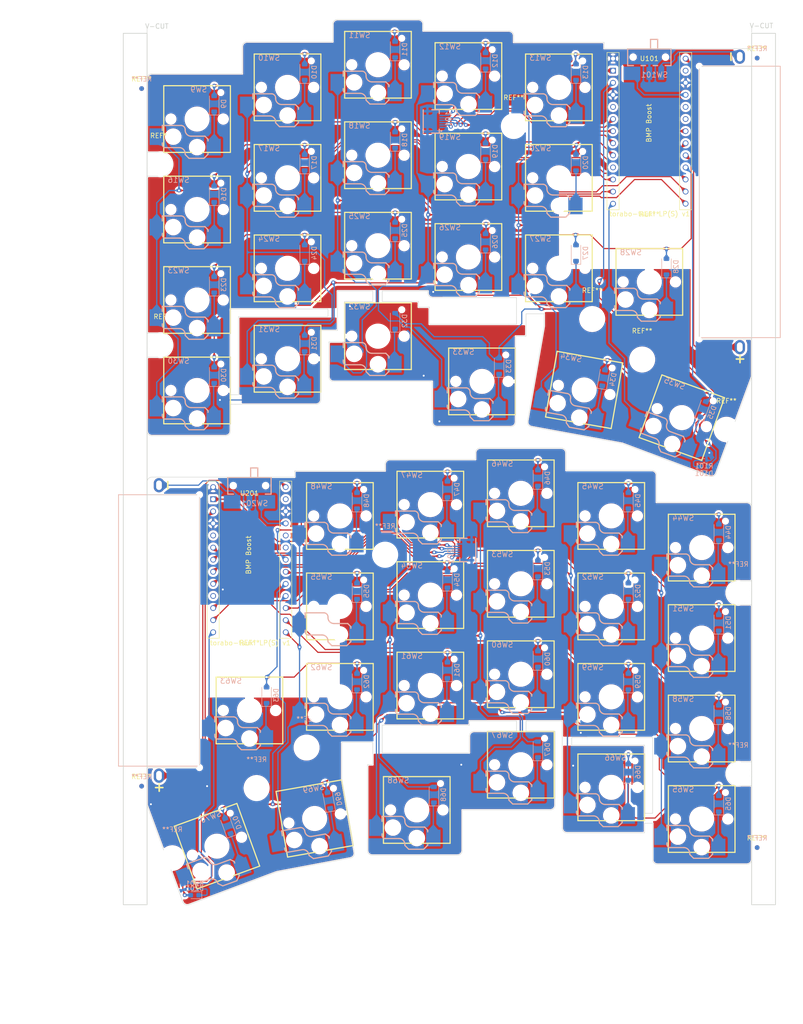
<source format=kicad_pcb>
(kicad_pcb (version 20240108) (generator "pcbnew") (generator_version "8.0")
  (layers (0 "F.Cu" signal) (31 "B.Cu" signal) (34 "B.Paste" user) (35 "F.Paste" user) (36 "B.SilkS" user "B.Silkscreen") (37 "F.SilkS" user "F.Silkscreen") (38 "B.Mask" user) (39 "F.Mask" user) (44 "Edge.Cuts" user))
  (net 0 "")
  (net 1 "Net-(BT101--)")
  (net 2 "GND")
  (net 3 "Net-(BT201--)")
  (net 4 "+BATT")
  (net 5 "/left/ROW0")
  (net 6 "/left/ROW1")
  (net 7 "Net-(D9-K)")
  (net 8 "Net-(D10-K)")
  (net 9 "Net-(D11-K)")
  (net 10 "Net-(D12-K)")
  (net 11 "Net-(D13-K)")
  (net 12 "/left/ROW2")
  (net 13 "Net-(D16-K)")
  (net 14 "Net-(D17-K)")
  (net 15 "Net-(D18-K)")
  (net 16 "Net-(D19-K)")
  (net 17 "Net-(D20-K)")
  (net 18 "/left/ROW3")
  (net 19 "/left/ROW4")
  (net 20 "Net-(D30-K)")
  (net 21 "Net-(D31-K)")
  (net 22 "Net-(D32-K)")
  (net 23 "Net-(D33-K)")
  (net 24 "Net-(D34-K)")
  (net 25 "Net-(D35-K)")
  (net 26 "/right/ROW0")
  (net 27 "/right/ROW1")
  (net 28 "Net-(D44-K)")
  (net 29 "Net-(D45-K)")
  (net 30 "Net-(D46-K)")
  (net 31 "Net-(D47-K)")
  (net 32 "Net-(D48-K)")
  (net 33 "/right/ROW2")
  (net 34 "Net-(D51-K)")
  (net 35 "Net-(D52-K)")
  (net 36 "Net-(D53-K)")
  (net 37 "Net-(D54-K)")
  (net 38 "Net-(D55-K)")
  (net 39 "/right/ROW3")
  (net 40 "/right/ROW4")
  (net 41 "Net-(D65-K)")
  (net 42 "Net-(D66-K)")
  (net 43 "Net-(D67-K)")
  (net 44 "Net-(D68-K)")
  (net 45 "Net-(D69-K)")
  (net 46 "Net-(D70-K)")
  (net 47 "/left/LED")
  (net 48 "/right/LED")
  (net 49 "/left/COL0")
  (net 50 "/left/COL1")
  (net 51 "/left/COL2")
  (net 52 "/left/COL3")
  (net 53 "/left/COL4")
  (net 54 "/left/COL5")
  (net 55 "/left/COL6")
  (net 56 "/right/COL0")
  (net 57 "/right/COL1")
  (net 58 "/right/COL2")
  (net 59 "/right/COL3")
  (net 60 "/right/COL4")
  (net 61 "/right/COL5")
  (net 62 "/right/COL6")
  (net 64 "/left/CS")
  (net 66 "/right/CS")
  (net 67 "Net-(D101-K)")
  (net 68 "Net-(D201-K)")
  (net 69 "/left/MOTION")
  (net 70 "/left/SCLK")
  (net 71 "/left/SDIO")
  (net 72 "VCC")
  (net 73 "/right/SDIO")
  (net 74 "/right/MOTION")
  (net 75 "/right/SCLK")
  (net 76 "/left/BOOT")
  (net 77 "/right/BOOT")
  (net 80 "Net-(D23-K)")
  (net 81 "Net-(D24-K)")
  (net 82 "Net-(D25-K)")
  (net 83 "Net-(D26-K)")
  (net 84 "Net-(D27-K)")
  (net 85 "Net-(D28-K)")
  (net 86 "Net-(D58-K)")
  (net 87 "Net-(D59-K)")
  (net 88 "Net-(D60-K)")
  (net 89 "Net-(D61-K)")
  (net 90 "Net-(D62-K)")
  (net 91 "Net-(D63-K)")
  (footprint "MountingHole_5mm" (layer "F.Cu") (at 102.5 58.5)
    (property "Reference" "REF**")
    (property "Value" "MountingHole_5mm")
  )
  (footprint "MountingHole_5mm" (layer "F.Cu") (at 28.3 66.5)
    (property "Reference" "REF**")
    (property "Value" "MountingHole_5mm" (hide yes))
  )
  (footprint "Fiducial_1mm_Mask2mm" (layer "F.Cu") (at 153.65 44.2)
    (property "Reference" "REF**")
    (property "Value" "Fiducial_1mm_Mask2mm")
  )
  (footprint "MountingHole_2.2mm_M2" (layer "F.Cu") (at 131 80.2)
    (property "Reference" "REF**")
    (property "Value" "MountingHole_2.2mm_M2")
  )
  (footprint "BLEMicroPro" (layer "F.Cu") (at 47 134.3)
    (property "Reference" "U201")
    (property "Value" "BLEMicroPro")
  )
  (footprint "MountingHole_5mm" (layer "F.Cu") (at 129.5 107.5)
    (property "Reference" "REF**")
    (property "Value" "MountingHole_5mm")
  )
  (footprint "Fiducial_1mm_Mask2mm" (layer "F.Cu") (at 24.35 50.6)
    (property "Reference" "REF**")
    (property "Value" "Fiducial_1mm_Mask2mm")
  )
  (footprint "Hole_1mm" (layer "F.Cu") (at 36.5 135.9)
    (property "Reference" "REF**" (hide yes))
    (property "Value" "Hole_1mm" (hide yes))
  )
  (footprint "Fiducial_1mm_Mask2mm" (layer "F.Cu") (at 24.35 197.1)
    (property "Reference" "REF**")
    (property "Value" "Fiducial_1mm_Mask2mm")
  )
  (footprint "MountingHole_2.2mm_M2" (layer "F.Cu") (at 47 170.2)
    (property "Reference" "REF**")
    (property "Value" "MountingHole_2.2mm_M2")
  )
  (footprint "Hole_1mm" (layer "F.Cu") (at 141.5 103.2)
    (property "Reference" "REF**" (hide yes))
    (property "Value" "Hole_1mm" (hide yes))
  )
  (footprint "MountingHole_5mm" (layer "F.Cu") (at 119 99)
    (property "Reference" "REF**")
    (property "Value" "MountingHole_5mm")
  )
  (footprint "MountingHole_5mm" (layer "F.Cu") (at 29 104.5)
    (property "Reference" "REF**")
    (property "Value" "MountingHole_5mm" (hide yes))
  )
  (footprint "BLEMicroPro" (layer "F.Cu") (at 131 44.3)
    (property "Reference" "U101")
    (property "Value" "BLEMicroPro")
  )
  (footprint "Hole_1mm" (layer "F.Cu") (at 36.5 193.2)
    (property "Reference" "REF**" (hide yes))
    (property "Value" "Hole_1mm" (hide yes))
  )
  (footprint "MountingHole_5mm" (layer "F.Cu") (at 147.2 122.2)
    (property "Reference" "REF**")
    (property "Value" "MountingHole_5mm")
  )
  (footprint "Fiducial_1mm_Mask2mm" (layer "F.Cu") (at 153.65 210)
    (property "Reference" "REF**")
    (property "Value" "Fiducial_1mm_Mask2mm")
  )
  (footprint "Hole_1mm" (layer "F.Cu") (at 141.5 45.9)
    (property "Reference" "REF**" (hide yes))
    (property "Value" "Hole_1mm" (hide yes))
  )
  (footprint "CHOC_V2_SOCKET_HANDSOLDERING" (layer "B.Cu") (at 93 47.975)
    (property "Reference" "SW12")
    (property "Value" "SW_Push" (hide yes))
  )
  (footprint "SW-SMD_K3-1280S-F1" (layer "B.Cu") (at 131 47.4 90)
    (property "Reference" "SW101")
    (property "Value" "SW_SPDT" (hide yes))
  )
  (footprint "D_SOD-123" (layer "B.Cu") (at 85.75 198.9 90)
    (property "Reference" "D68")
    (property "Value" "D_Small")
  )
  (footprint "battery_holder" (layer "B.Cu") (at 28 164.4 -90)
    (property "Reference" "BT201" (hide yes))
    (property "Value" "Battery_Cell" (hide yes))
  )
  (footprint "CHOC_V2_SOCKET_HANDSOLDERING" (layer "B.Cu") (at 36 76)
    (property "Reference" "SW16")
    (property "Value" "SW_Push" (hide yes))
  )
  (footprint "CHOC_V2_SOCKET_HANDSOLDERING" (layer "B.Cu") (at 142 185)
    (property "Reference" "SW58")
    (property "Value" "SW_Push" (hide yes))
  )
  (footprint "GT-F0501SR10-06S1101" (layer "B.Cu") (at 92.254 147.5045 -90)
    (property "Reference" "J201")
    (property "Value" "Conn_01x06_MountingPin" (hide yes))
  )
  (footprint "CHOC_V2_SOCKET_HANDSOLDERING" (layer "B.Cu") (at 93 66.975)
    (property "Reference" "SW19")
    (property "Value" "SW_Push" (hide yes))
  )
  (footprint "MountingHole_5mm" (layer "B.Cu") (at 30.8 212.2 180)
    (property "Reference" "REF**")
    (property "Value" "MountingHole_5mm")
  )
  (footprint "D_SOD-123" (layer "B.Cu") (at 39.6 53.8 90)
    (property "Reference" "D9")
    (property "Value" "D_Small")
  )
  (footprint "D_SOD-123" (layer "B.Cu") (at 39.6 110.8 90)
    (property "Reference" "D30")
    (property "Value" "D_Small")
  )
  (footprint "D_SOD-123" (layer "B.Cu") (at 58.6 47.15 90)
    (property "Reference" "D10")
    (property "Value" "D_Small")
  )
  (footprint "D_SOD-123" (layer "B.Cu") (at 58.6 104.15 90)
    (property "Reference" "D31")
    (property "Value" "D_Small")
  )
  (footprint "CHOC_V2_SOCKET_HANDSOLDERING" (layer "B.Cu") (at 123 197.35)
    (property "Reference" "SW66")
    (property "Value" "SW_Push" (hide yes))
  )
  (footprint "CHOC_V2_SOCKET_HANDSOLDERING" (layer "B.Cu") (at 36 114)
    (property "Reference" "SW30")
    (property "Value" "SW_Push" (hide yes))
  )
  (footprint "D_SOD-123" (layer "B.Cu") (at 134.6 88 90)
    (property "Reference" "D28")
    (property "Value" "D_Small")
  )
  (footprint "CHOC_V2_SOCKET_HANDSOLDERING" (layer "B.Cu") (at 55 107.35)
    (property "Reference" "SW31")
    (property "Value" "SW_Push" (hide yes))
  )
  (footprint "D_SOD-123" (layer "B.Cu") (at 126.6 194.15 90)
    (property "Reference" "D66")
    (property "Value" "D_Small")
  )
  (footprint "D_SOD-123" (layer "B.Cu") (at 96.6 82.775 90)
    (property "Reference" "D26")
    (property "Value" "D_Small")
  )
  (footprint "battery_holder" (layer "B.Cu") (at 150 74.4 -90)
    (property "Reference" "BT101" (hide yes))
    (property "Value" "Battery_Cell" (hide yes))
  )
  (footprint "CHOC_V2_SOCKET_HANDSOLDERING" (layer "B.Cu") (at 93 85.975)
    (property "Reference" "SW26")
    (property "Value" "SW_Push" (hide yes))
  )
  (footprint "D_SOD-123" (layer "B.Cu") (at 126.6 156.15 90)
    (property "Reference" "D52")
    (property "Value" "D_Small")
  )
  (footprint "CHOC_V2_SOCKET_HANDSOLDERING" (layer "B.Cu") (at 104 135.6)
    (property "Reference" "SW46")
    (property "Value" "SW_Push" (hide yes))
  )
  (footprint "CHOC_V2_SOCKET_HANDSOLDERING" (layer "B.Cu") (at 55 50.35)
    (property "Reference" "SW10")
    (property "Value" "SW_Push" (hide yes))
  )
  (footprint "R_0402_1005Metric" (layer "B.Cu") (at 35.5 218.7 180)
    (property "Reference" "R201")
    (property "Value" "330")
  )
  (footprint "D_SOD-123" (layer "B.Cu") (at 77.6 61.4 90)
    (property "Reference" "D18")
    (property "Value" "D_Small")
  )
  (footprint "D_SOD-123" (layer "B.Cu") (at 88.6 172.775 90)
    (property "Reference" "D61")
    (property "Value" "D_Small")
  )
  (footprint "Fiducial_1mm_Mask2mm" (layer "B.Cu") (at 153.65 44.2 180)
    (property "Reference" "REF**")
    (property "Value" "Fiducial_1mm_Mask2mm")
  )
  (footprint "CHOC_V2_SOCKET_HANDSOLDERING" (layer "B.Cu") (at 36 57)
    (property "Reference" "SW9")
    (property "Value" "SW_Push" (hide yes))
  )
  (footprint "D_SOD-123" (layer "B.Cu") (at 145.6 143.8 90)
    (property "Reference" "D44")
    (property "Value" "D_Small")
  )
  (footprint "CHOC_V2_SOCKET_HANDSOLDERING" (layer "B.Cu") (at 142 166)
    (property "Reference" "SW51")
    (property "Value" "SW_Push" (hide yes))
  )
  (footprint "CHOC_V2_SOCKET_HANDSOLDERING" (layer "B.Cu") (at 85 137.975)
    (property "Reference" "SW47")
    (property "Value" "SW_Push" (hide yes))
  )
  (footprint "LED_0603_1608Metric" (layer "B.Cu") (at 142.5 130)
    (property "Reference" "D101")
    (property "Value" "LED_Small")
  )
  (footprint "CHOC_V2_SOCKET_HANDSOLDERING" (layer "B.Cu") (at 60.694669 203.893984 10)
    (property "Reference" "SW69")
    (property "Value" "SW_Push" (hide yes))
  )
  (footprint "D_SOD-123" (layer "B.Cu") (at 77.6 99.4 90)
    (property "Reference" "D32")
    (property "Value" "D_Small")
  )
  (footprint "D_SOD-123" (layer "B.Cu") (at 69.6 156.15 90)
    (property "Reference" "D55")
    (property "Value" "D_Small")
  )
  (footprint "D_SOD-123" (layer "B.Cu") (at 99.45 108.9 90)
    (property "Reference" "D33")
    (property "Value" "D_Small")
  )
  (footprint "CHOC_V2_SOCKET_HANDSOLDERING" (layer "B.Cu") (at 104 173.6)
    (property "Reference" "SW60")
    (property "Value" "SW_Push" (hide yes))
  )
  (footprint "CHOC_V2_SOCKET_HANDSOLDERING" (layer "B.Cu") (at 66 159.35)
    (property "Reference" "SW55")
    (property "Value" "SW_Push" (hide yes))
  )
  (footprint "D_SOD-123" (layer "B.Cu") (at 145.6 200.8 90)
    (property "Reference" "D65")
    (property "Value" "D_Small")
  )
  (footprint "CHOC_V2_SOCKET_HANDSOLDERING" (layer "B.Cu") (at 55 88.35)
    (property "Reference" "SW24")
    (property "Value" "SW_Push" (hide yes))
  )
  (footprint "D_SOD-123" (layer "B.Cu") (at 107.6 170.4 90)
    (property "Reference" "D60")
    (property "Value" "D_Small")
  )
  (footprint "D_SOD-123" (layer "B.Cu") (at 107.6 189.4 90)
    (property "Reference" "D67")
    (property "Value" "D_Small")
  )
  (footprint "D_SOD-123" (layer "B.Cu") (at 88.6 153.775 90)
    (property "Reference" "D54")
    (property "Value" "D_Small")
  )
  (footprint "MountingHole_5mm" (layer "B.Cu") (at 149.7 194.5 180)
    (property "Reference" "REF**")
    (property "Value" "MountingHole_5mm" (hide yes))
  )
  (footprint "D_SOD-123" (layer "B.Cu") (at 126.6 175.15 90)
    (property "Reference" "D59")
    (property "Value" "D_Small")
  )
  (footprint "CHOC_V2_SOCKET_HANDSOLDERING" (layer "B.Cu") (at 104 154.6)
    (property "Reference" "SW53")
    (property "Value" "SW_Push" (hide yes))
  )
  (footprint "D_SOD-123" (layer "B.Cu") (at 69.6 137.15 90)
    (property "Reference" "D48")
    (property "Value" "D_Small")
  )
  (footprint "Fiducial_1mm_Mask2mm" (layer "B.Cu") (at 24.35 197.1 180)
    (property "Reference" "REF**")
    (property "Value" "Fiducial_1mm_Mask2mm")
  )
  (footprint "CHOC_V2_SOCKET_HANDSOLDERING" (layer "B.Cu") (at 95.85 112.1)
    (property "Reference" "SW33")
    (property "Value" "SW_Push" (hide yes))
  )
  (footprint "D_SOD-123" (layer "B.Cu") (at 115.6 85.15 90)
    (property "Reference" "D27")
    (property "Value" "D_Small")
  )
  (footprint "D_SOD-123" (layer "B.Cu") (at 145.6 162.8 90)
    (property "Reference" "D51")
    (property "Value" "D_Small")
  )
  (footprint "CHOC_V2_SOCKET_HANDSOLDERING" (layer "B.Cu") (at 112 50.35)
    (property "Reference" "SW13")
    (property "Value" "SW_Push" (hide yes))
  )
  (footprint "D_SOD-123" (layer "B.Cu") (at 96.6 63.775 90)
    (property "Reference" "D19")
    (property "Value" "D_Small")
  )
  (footprint "LED_0603_1608Metric" (layer "B.Cu") (at 35.5 220 180)
    (property "Reference" "D201")
    (property "Value" "LED_Small")
  )
  (footprint "D_SOD-123" (layer "B.Cu") (at 107.6 151.4 90)
    (property "Reference" "D53")
    (property "Value" "D_Small")
  )
  (footprint "CHOC_V2_SOCKET_HANDSOLDERING" (layer "B.Cu") (at 40.174337 209.705702 20)
    (property "Reference" "SW70")
    (property "Value" "SW_Push" (hide yes))
  )
  (footprint "CHOC_V2_SOCKET_HANDSOLDERING" (layer "B.Cu") (at 74 83.6)
    (property "Reference" "SW25")
    (property "Value" "SW_Push" (hide yes))
  )
  (footprint "D_SOD-123" (layer "B.Cu") (at 88.6 134.775 90)
    (property "Reference" "D47")
    (property "Value" "D_Small")
  )
  (footprint "GT-F0501SR10-06S1101" (layer "B.Cu") (at 85.8 57.5 90)
    (property "Reference" "J101")
    (property "Value" "Conn_01x06_MountingPin" (hide yes))
  )
  (footprint "D_SOD-123" (layer "B.Cu") (at 50.6 178 90)
    (property "Reference" "D63")
    (property "Value" "D_Small")
  )
  (footprint "CHOC_V2_SOCKET_HANDSOLDERING" (layer "B.Cu") (at 142 147)
    (property "Reference" "SW44")
    (property "Value" "SW_Push" (hide yes))
  )
  (footprint "D_SOD-123" (layer "B.Cu") (at 77.6 42.4 90)
    (property "Reference" "D11")
    (property "Value" "D_Small")
  )
  (footprint "Fiducial_1mm_Mask2mm" (layer "B.Cu") (at 24.35 50.6 180)
    (property "Reference" "REF**")
    (property "Value" "Fiducial_1mm_Mask2mm")
  )
  (footprint "SW-SMD_K3-1280S-F1" (layer "B.Cu") (at 47 137.4 90)
    (property "Reference" "SW201")
    (property "Value" "SW_SPDT" (hide yes))
  )
  (footprint "CHOC_V2_SOCKET_HANDSOLDERING" (layer "B.Cu") (at 131 91.2)
    (property "Reference" "SW28")
    (property "Value" "SW_Push" (hide yes))
  )
  (footprint "Fiducial_1mm_Mask2mm" (layer "B.Cu") (at 153.65 210 180)
    (property "Reference" "REF**")
    (property "Value" "Fiducial_1mm_Mask2mm")
  )
  (footprint "MountingHole_5mm" (layer "B.Cu") (at 149.7 156.5 180)
    (property "Reference" "REF**")
    (property "Value" "MountingHole_5mm" (hide yes))
  )
  (footprint "D_SOD-123" (layer "B.Cu") (at 126.6 137.15 90)
    (property "Reference" "D45")
    (property "Value" "D_Small")
  )
  (footprint "CHOC_V2_SOCKET_HANDSOLDERING" (layer "B.Cu") (at 142 204)
    (property "Reference" "SW65")
    (property "Value" "SW_Push" (hide yes))
  )
  (footprint "D_SOD-123" (layer "B.Cu") (at 58.6 85.15 90)
    (property "Reference" "D24")
    (property "Value" "D_Small")
  )
  (footprint "CHOC_V2_SOCKET_HANDSOLDERING" (layer "B.Cu") (at 123 178.35)
    (property "Reference" "SW59")
    (property "Value" "SW_Push" (hide yes))
  )
  (footprint "MountingHole_5mm" (layer "B.Cu") (at 59 189 180)
    (property "Reference" "REF**")
    (property "Value" "MountingHole_5mm")
  )
  (footprint "CHOC_V2_SOCKET_HANDSOLDERING" (layer "B.Cu") (at 112 88.35)
    (property "Reference" "SW27")
    (property "Value" "SW_Push" (hide yes))
  )
  (footprint "D_SOD-123" (layer "B.Cu") (at 42.462766 205.467413 110)
    (property "Reference" "D70")
    (property "Value" "D_Small")
  )
  (footprint "CHOC_V2_SOCKET_HANDSOLDERING" (layer "B.Cu") (at 36 95)
    (property "Reference" "SW23")
    (property "Value" "SW_Push" (hide yes))
  )
  (footprint "D_SOD-123" (layer "B.Cu") (at 58.6 66.15 90)
    (property "Reference" "D17")
    (property "Value" "D_Small")
  )
  (footprint "CHOC_V2_SOCKET_HANDSOLDERING" (layer "B.Cu") (at 55 69.35)
    (property "Reference" "SW17")
    (property "Value" "SW_Push" (hide yes))
  )
  (footprint "CHOC_V2_SOCKET_HANDSOLDERING" (layer "B.Cu") (at 117.305331 113.893984 -10)
    (property "Reference" "SW34")
    (property "Value" "SW_Push" (hide yes))
  )
  (footprint "D_SOD-123" (layer "B.Cu") (at 115.6 66.15 90)
    (property "Reference" "D20")
    (property "Value" "D_Small")
  )
  (footprint "CHOC_V2_SOCKET_HANDSOLDERING" (layer "B.Cu") (at 85 175.975)
    (property "Reference" "SW61")
    (property "Value" "SW_Push" (hide yes))
  )
  (footprint "D_SOD-123" (layer "B.Cu") (at 115.6 47.15 90)
    (property "Reference" "D13")
    (property "Value" "D_Small")
  )
  (footprint "D_SOD-123" (layer "B.Cu") (at 39.6 91.8 90)
    (property "Reference" "D23")
    (property "Value" "D_Small")
  )
  (footprint "CHOC_V2_SOCKET_HANDSOLDERING" (layer "B.Cu") (at 66 140.35)
    (property "Reference" "SW48")
    (property "Value" "SW_Push" (hide yes))
  )
  (footprint "CHOC_V2_SOCKET_HANDSOLDERING" (layer "B.Cu") (at 74 102.6)
    (property "Reference" "SW32")
    (property "Value" "SW_Push" (hide yes))
  )
  (footprint "D_SOD-123" (layer "B.Cu") (at 69.6 175.15 90)
    (property "Reference" "D62")
    (property "Value" "D_Small")
  )
  (footprint "CHOC_V2_SOCKET_HANDSOLDERING" (layer "B.Cu") (at 104 192.6)
    (property "Reference" "SW67")
    (property "Value" "SW_Push" (hide yes))
  )
  (footprint "CHOC_V2_SOCKET_HANDSOLDERING" (layer "B.Cu") (at 112 69.35)
    (property "Reference" "SW20")
    (property "Value" "SW_Push" (hide yes))
  )
  (footprint "CHOC_V2_SOCKET_HANDSOLDERING" (layer "B.Cu") (at 66 178.35)
    (property "Reference" "SW62")
    (property "Value" "SW_Push" (hide yes))
  )
  (footprint "D_SOD-123" (layer "B.Cu") (at 96.6 44.775 90)
    (property "Reference" "D12")
    (property "Value" "D_Small")
  )
  (footprint "CHOC_V2_SOCKET_HANDSOLDERING" (layer "B.Cu") (at 85 156.975)
    (property "Reference" "SW54")
    (property "Value" "SW_Push" (hide yes))
  )
  (footprint "D_SOD-123" (layer "B.Cu") (at 63.684302 200.117466 100)
    (property "Reference" "D69")
    (property "Value" "D_Small")
  )
  (footprint "D_SOD-123" (layer "B.Cu") (at 142.303021 117.929958 70)
    (property "Reference" "D35")
    (property "Value" "D_Small")
  )
  (footprint "CHOC_V2_SOCKET_HANDSOLDERING" (layer "B.Cu") (at 123 140.35)
    (property "Reference" "SW45")
    (property "Value" "SW_Push" (hide yes))
  )
  (footprint "D_SOD-123" (layer "B.Cu") (at 39.6 72.8 90)
    (property "Reference" "D16")
    (property "Value" "D_Small")
  )
  (footprint "MountingHole_5mm" (layer "B.Cu") (at 48.5 197.5 180)
    (property "Reference" "REF**")
    (property "Value" "MountingHole_5mm")
  )
  (footprint "MountingHole_5mm" (layer "B.Cu") (at 75.5 148.5 180)
    (property "Reference" "REF**")
    (property "Value" "MountingHole_5mm")
  )
  (footprint "D_SOD-123" (layer "B.Cu") (at 145.6 181.8 90)
    (property "Reference" "D58")
    (property "Value" "D_Small")
  )
  (footprint "D_SOD-123" (layer "B.Cu") (at 77.6 80.4 90)
    (property "Reference" "D25")
    (property "Value" "D_Small")
  )
  (footprint "CHOC_V2_SOCKET_HANDSOLDERING" (layer "B.Cu") (at 74 45.6)
    (property "Reference" "SW11")
    (property "Value" "SW_Push" (hide yes))
  )
  (footprint "CHOC_V2_SOCKET_HANDSOLDERING" (layer "B.Cu") (at 123 159.35)
    (property "Reference" "SW52")
    (property "Value" "SW_Push" (hide yes))
  )
  (footprint "CHOC_V2_SOCKET_HANDSOLDERING" (layer "B.Cu") (at 82.15 202.1)
    (property "Reference" "SW68")
    (property "Value" "SW_Push" (hide yes))
  )
  (footprint "CHOC_V2_SOCKET_HANDSOLDERING" (layer "B.Cu") (at 74 64.6)
    (property "Reference" "SW18")
    (property "Value" "SW_Push" (hide yes))
  )
  (footprint "D_SOD-123" (layer "B.Cu") (at 107.6 132.4 90)
    (property "Reference" "D46")
    (property "Value" "D_Small")
  )
  (footprint "CHOC_V2_SOCKET_HANDSOLDERING" (layer "B.Cu") (at 47 181.2)
    (property "Reference" "SW63")
    (property "Value" "SW_Push" (hide yes))
  )
  (footprint "CHOC_V2_SOCKET_HANDSOLDERING" (layer "B.Cu") (at 137.825663 119.705702 -20)
    (property "Reference" "SW35")
    (property "Value" "SW_Push" (hide yes))
  )
  (footprint "D_SOD-123" (layer "B.Cu") (at 121.406313 111.367733 80)
    (property "Reference" "D34")
    (property "Value" "D_Small")
  )
  (footprint "R_0402_1005Metric" (layer "B.Cu") (at 142.5 128.7)
    (property "Reference" "R101")
    (property "Value" "330")
  )
  (gr_arc (start 111.2 201.1) (mid 110.907107 201.807107) (end 110.2 202.1) (stroke (width 0.1)) (layer "Edge.Cuts"))
  (gr_line (start 67 95.3) (end 67 103.8) (stroke (width 0.1)) (layer "Edge.Cuts"))
  (gr_arc (start 113.7 206.9) (mid 112.992893 206.607107) (end 112.7 205.9) (stroke (width 0.1)) (layer "Edge.Cuts"))
  (gr_line (start 25.5 133.2) (end 25.5 135.9) (stroke (width 0.1)) (layer "Edge.Cuts"))
  (gr_arc (start 112.5 126.1) (mid 113.207107 126.392893) (end 113.5 127.1) (stroke (width 0.1)) (layer "Edge.Cuts"))
  (gr_line (start 152.5 159) (end 152.5 192) (stroke (width 0.1)) (layer "Edge.Cuts"))
  (gr_line (start 65.5 101.4) (end 62 101.4) (stroke (width 0.1)) (layer "Edge.Cuts"))
  (gr_line (start 74.9 190.1) (end 74.892893 184.292893) (stroke (width 0.1)) (layer "Edge.Cuts"))
  (gr_line (start 114.7 186.9) (end 114.7 188.5) (stroke (width 0.1)) (layer "Edge.Cuts"))
  (gr_line (start 105.1 97.9) (end 108.9 97.9) (stroke (width 0.1)) (layer "Edge.Cuts"))
  (gr_line (start 140 42.2) (end 151.5 42.2) (stroke (width 0.1)) (layer "Edge.Cuts"))
  (gr_line (start 152.5 192) (end 149.7 192) (stroke (width 0.1)) (layer "Edge.Cuts"))
  (gr_line (start 64.5 37.1) (end 64.5 40.8) (stroke (width 0.1)) (layer "Edge.Cuts"))
  (gr_line (start 44 116.9) (end 43 116.9) (stroke (width 0.1)) (layer "Edge.Cuts"))
  (gr_line (start 152.5 197) (end 149.7 197) (stroke (width 0.1)) (layer "Edge.Cuts"))
  (gr_line (start 56.5 130.9) (end 75.5 130.9) (stroke (width 0.1)) (layer "Edge.Cuts"))
  (gr_line (start 84.5 93.1) (end 84.5 93.5) (stroke (width 0.1)) (layer "Edge.Cuts"))
  (gr_line (start 113.5 130.8) (end 131.5 130.8) (stroke (width 0.1)) (layer "Edge.Cuts"))
  (gr_line (start 108.9 100.5) (end 108.9 97.9) (stroke (width 0.1)) (layer "Edge.Cuts"))
  (gr_line (start 65.5 93.1) (end 72.9 93.1) (stroke (width 0.1)) (layer "Edge.Cuts"))
  (gr_line (start 72.9 95.3) (end 67 95.3) (stroke (width 0.1)) (layer "Edge.Cuts"))
  (gr_line (start 132.5 131.8) (end 132.5 137.5) (stroke (width 0.1)) (layer "Edge.Cuts"))
  (gr_arc (start 62 115.9) (mid 61.707107 116.607107) (end 61 116.9) (stroke (width 0.1)) (layer "Edge.Cuts"))
  (gr_line (start 101.5 100.1) (end 103.1 100.1) (stroke (width 0.1)) (layer "Edge.Cuts"))
  (gr_line (start 85.5 94.5) (end 103.1 94.5) (stroke (width 0.1)) (layer "Edge.Cuts"))
  (gr_line (start 44 116.9) (end 61 116.9) (stroke (width 0.1)) (layer "Edge.Cuts"))
  (gr_line (start 25.5 69) (end 28.3 69) (stroke (width 0.1)) (layer "Edge.Cuts"))
  (gr_arc (start 25.5 48.5) (mid 25.792893 47.792893) (end 26.5 47.5) (stroke (width 0.1)) (layer "Edge.Cuts"))
  (gr_arc (start 85.5 94.5) (mid 84.792893 94.207107) (end 84.5 93.5) (stroke (width 0.1)) (layer "Edge.Cuts"))
  (gr_line (start 62 101.4) (end 62 115.9) (stroke (width 0.1)) (layer "Edge.Cuts"))
  (gr_line (start 56.5 130.9) (end 56.5 132.2) (stroke (width 0.1)) (layer "Edge.Cuts"))
  (gr_line (start 121.5 40.9) (end 102.5 40.9) (stroke (width 0.1)) (layer "Edge.Cuts"))
  (gr_arc (start 149.7 159) (mid 147.2 156.5) (end 149.7 154) (stroke (width 0.1)) (layer "Edge.Cuts"))
  (gr_line (start 76.5 190.1) (end 74.9 190.1) (stroke (width 0.1)) (layer "Edge.Cuts"))
  (gr_arc (start 149.7 197) (mid 147.2 194.5) (end 149.7 192) (stroke (width 0.1)) (layer "Edge.Cuts"))
  (gr_line (start 95.5 126.1) (end 112.5 126.1) (stroke (width 0.1)) (layer "Edge.Cuts"))
  (gr_arc (start 131.5 130.8) (mid 132.207107 131.092893) (end 132.5 131.8) (stroke (width 0.1)) (layer "Edge.Cuts"))
  (gr_arc (start 72.8 211.6) (mid 72.092893 211.307107) (end 71.8 210.6) (stroke (width 0.1)) (layer "Edge.Cuts"))
  (gr_arc (start 102.9 120.6) (mid 102.607107 121.307107) (end 101.9 121.6) (stroke (width 0.1)) (layer "Edge.Cuts"))
  (gr_line (start 72.9 192.6) (end 71.8 192.6) (stroke (width 0.1)) (layer "Edge.Cuts"))
  (gr_line (start 110.2 202.1) (end 91.7 202.1) (stroke (width 0.1)) (layer "Edge.Cuts"))
  (gr_line (start 63.7 103.8) (end 63.7 111.1) (stroke (width 0.1)) (layer "Edge.Cuts"))
  (gr_line (start 82.5 96.5) (end 84.8 96.5) (stroke (width 0.1)) (layer "Edge.Cuts"))
  (gr_line (start 152.5 159) (end 149.7 159) (stroke (width 0.1)) (layer "Edge.Cuts"))
  (gr_line (start 152.5 138.5) (end 152.5 154) (stroke (width 0.1)) (layer "Edge.Cuts"))
  (gr_line (start 130 188.5) (end 114.7 188.5) (stroke (width 0.1)) (layer "Edge.Cuts"))
  (gr_line (start 105.1 185.6) (end 111.2 185.6) (stroke (width 0.1)) (layer "Edge.Cuts"))
  (gr_line (start 84.8 96.5) (end 84.8 100.1) (stroke (width 0.1)) (layer "Edge.Cuts"))
  (gr_line (start 94.5 128.5) (end 94.5 127.1) (stroke (width 0.1)) (layer "Edge.Cuts"))
  (gr_line (start 38 132.2) (end 56.5 132.2) (stroke (width 0.1)) (layer "Edge.Cuts"))
  (gr_line (start 112.7 183.4) (end 105.1 183.4) (stroke (width 0.1)) (layer "Edge.Cuts"))
  (gr_line (start 141.5 103.2) (end 152.5 103.2) (stroke (width 0.1)) (layer "Edge.Cuts"))
  (gr_line (start 84.8 100.1) (end 101.5 100.1) (stroke (width 0.1)) (layer "Edge.Cuts"))
  (gr_arc (start 91.7 210.6) (mid 91.407107 211.307107) (end 90.7 211.6) (stroke (width 0.1)) (layer "Edge.Cuts"))
  (gr_arc (start 106.250175 121.618837) (mid 105.603097 121.205665) (end 105.439698 120.455515) (stroke (width 0.1)) (layer "Edge.Cuts"))
  (gr_line (start 130 206.9) (end 130 204.9) (stroke (width 0.1)) (layer "Edge.Cuts"))
  (gr_line (start 93.2 183.4) (end 93.2 184.299618) (stroke (width 0.1)) (layer "Edge.Cuts"))
  (gr_arc (start 64.5 37.1) (mid 64.792893 36.392893) (end 65.5 36.1) (stroke (width 0.1)) (layer "Edge.Cuts"))
  (gr_line (start 63.5 96.9) (end 63.5 98.5) (stroke (width 0.1)) (layer "Edge.Cuts"))
  (gr_line (start 52.7 215.1) (end 34.28433 221.995589) (stroke (width 0.1)) (layer "Edge.Cuts"))
  (gr_line (start 103.1 94.5) (end 103.1 97.9) (stroke (width 0.1)) (layer "Edge.Cuts"))
  (gr_rect (start 152.5 39) (end 157.5 222) (stroke (width 0.15)) (fill none) (layer "Edge.Cuts"))
  (gr_line (start 152.5 45.9) (end 141.5 45.9) (stroke (width 0.1)) (layer "Edge.Cuts"))
  (gr_line (start 125.3 125.1) (end 143.71567 131.995589) (stroke (width 0.1)) (layer "Edge.Cuts"))
  (gr_arc (start 75.5 129.5) (mid 75.792893 128.792893) (end 76.5 128.5) (stroke (width 0.1)) (layer "Edge.Cuts"))
  (gr_line (start 152.5 154) (end 149.7 154) (stroke (width 0.1)) (layer "Edge.Cuts"))
  (gr_line (start 74.9 95.3) (end 74.9 93.1) (stroke (width 0.1)) (layer "Edge.Cuts"))
  (gr_arc (start 93.2 186.6) (mid 93.492893 185.892893) (end 94.2 185.6) (stroke (width 0.1)) (layer "Edge.Cuts"))
  (gr_line (start 130 206.9) (end 113.7 206.9) (stroke (width 0.1)) (layer "Edge.Cuts"))
  (gr_rect (start 20.5 39) (end 25.5 222) (stroke (width 0.15)) (fill none) (layer "Edge.Cuts"))
  (gr_line (start 25.5 64) (end 28.3 64) (stroke (width 0.1)) (layer "Edge.Cuts"))
  (gr_line (start 76.5 128.5) (end 94.5 128.5) (stroke (width 0.1)) (layer "Edge.Cuts"))
  (gr_line (start 90.7 211.6) (end 72.8 211.6) (stroke (width 0.1)) (layer "Edge.Cuts"))
  (gr_line (start 111.2 185.6) (end 111.2 201.1) (stroke (width 0.1)) (layer "Edge.Cuts"))
  (gr_line (start 72.9 188.9) (end 72.9 187.9) (stroke (width 0.1)) (layer "Edge.Cuts"))
  (gr_line (start 25.5 38.9) (end 25.5 38.1) (stroke (width 0.1)) (layer "Edge.Cuts"))
  (gr_line (start 152.5 43.2) (end 152.5 45.9) (stroke (width 0.1)) (layer "Edge.Cuts"))
  (gr_line (start 72.9 188.9) (end 72.9 192.6) (stroke (width 0.1)) (layer "Edge.Cuts"))
  (gr_line (start 132.5 137.5) (end 151.5 137.5) (stroke (width 0.1)) (layer "Edge.Cuts"))
  (gr_line (start 64.7 112.1) (end 85.4 112.1) (stroke (width 0.1)) (layer "Edge.Cuts"))
  (gr_line (start 152.5 38.8) (end 152.5 38) (stroke (width 0.1)) (layer "Edge.Cuts"))
  (gr_line (start 93.2 190.1) (end 76.5 190.1) (stroke (width 0.1)) (layer "Edge.Cuts"))
  (gr_line (start 93.2 186.6) (end 93.2 190.1) (stroke (width 0.1)) (layer "Edge.Cuts"))
  (gr_line (start 101.5 38.5) (end 83.5 38.5) (stroke (width 0.1)) (layer "Edge.Cuts"))
  (gr_arc (start 28.3 102) (mid 30.8 104.5) (end 28.3 107) (stroke (width 0.1)) (layer "Edge.Cuts"))
  (gr_line (start 152.5 197) (end 152.5 212.5) (stroke (width 0.1)) (layer "Edge.Cuts"))
  (gr_line (start 72.9 187.9) (end 66.4 187.9) (stroke (width 0.1)) (layer "Edge.Cuts"))
  (gr_line (start 33 221.4) (end 25.5 201.1) (stroke (width 0.1)) (layer "Edge.Cuts"))
  (gr_line (start 113.5 127.1) (end 113.5 130.8) (stroke (width 0.1)) (layer "Edge.Cuts"))
  (gr_line (start 140 42.2) (end 121.5 42.2) (stroke (width 0.1)) (layer "Edge.Cuts"))
  (gr_line (start 45.5 47.5) (end 26.5 47.5) (stroke (width 0.1)) (layer "Edge.Cuts"))
  (gr_line (start 25.5 102) (end 28.3 102) (stroke (width 0.1)) (layer "Edge.Cuts"))
  (gr_line (start 43 96.9) (end 63.5 96.9) (stroke (width 0.1)) (layer "Edge.Cuts"))
  (gr_line (start 38 132.2) (end 26.5 132.2) (stroke (width 0.1)) (layer "Edge.Cuts"))
  (gr_line (start 68.231407 212.181978) (end 52.7 215.1) (stroke (width 0.1)) (layer "Edge.Cuts"))
  (gr_line (start 25.5 107) (end 25.5 122.5) (stroke (width 0.1)) (layer "Edge.Cuts"))
  (gr_line (start 43 112.7) (end 43 114.9) (stroke (width 0.1)) (layer "Edge.Cuts"))
  (gr_line (start 95.5 185.6) (end 103.1 185.6) (stroke (width 0.1)) (layer "Edge.Cuts"))
  (gr_line (start 152.5 103.2) (end 152.5 111.1) (stroke (width 0.1)) (layer "Edge.Cuts"))
  (gr_line (start 83.5 38.5) (end 83.5 37.1) (stroke (width 0.1)) (layer "Edge.Cuts"))
  (gr_line (start 43 114.9) (end 44.7 114.9) (stroke (width 0.1)) (layer "Edge.Cuts"))
  (gr_line (start 131.7 202.8) (end 131.7 186.9) (stroke (width 0.1)) (layer "Edge.Cuts"))
  (gr_line (start 91.7 202.1) (end 91.7 210.6) (stroke (width 0.1)) (layer "Edge.Cuts"))
  (gr_line (start 103.1 183.4) (end 93.2 183.4) (stroke (width 0.1)) (layer "Edge.Cuts"))
  (gr_line (start 151.5 213.5) (end 132.7 213.5) (stroke (width 0.1)) (layer "Edge.Cuts"))
  (gr_arc (start 86.4 121.6) (mid 85.692893 121.307107) (end 85.4 120.6) (stroke (width 0.1)) (layer "Edge.Cuts"))
  (gr_arc (start 25.5 133.2) (mid 25.792893 132.492893) (end 26.5 132.2) (stroke (width 0.1)) (layer "Edge.Cuts"))
  (gr_line (start 36.5 135.9) (end 36.5 193.2) (stroke (width 0.1)) (layer "Edge.Cuts"))
  (gr_line (start 112.7 183.4) (end 112.7 205.9) (stroke (width 0.1)) (layer "Edge.Cuts"))
  (gr_line (start 25.5 135.9) (end 36.5 135.9) (stroke (width 0.1)) (layer "Edge.Cuts"))
  (gr_arc (start 145 131.4) (mid 144.481374 131.96421) (end 143.71567 131.995589) (stroke (width 0.1)) (layer "Edge.Cuts"))
  (gr_arc (start 45.5 41.8) (mid 45.792893 41.092893) (end 46.5 40.8) (stroke (width 0.1)) (layer "Edge.Cuts"))
  (gr_line (start 82.5 36.1) (end 65.5 36.1) (stroke (width 0.1)) (layer "Edge.Cuts"))
  (gr_line (start 75.5 130.9) (end 75.5 129.5) (stroke (width 0.1)) (layer "Edge.Cuts"))
  (gr_line (start 25.5 69) (end 25.5 102) (stroke (width 0.1)) (layer "Edge.Cuts"))
  (gr_line (start 65.5 93.1) (end 65.5 101.4) (stroke (width 0.1)) (layer "Edge.Cuts"))
  (gr_line (start 85.4 112.1) (end 85.4 120.6) (stroke (width 0.1)) (layer "Edge.Cuts"))
  (gr_arc (start 34.28433 221.995589) (mid 33.518632 221.96418) (end 33 221.4) (stroke (width 0.1)) (layer "Edge.Cuts"))
  (gr_line (start 108.9 100.5) (end 105.439698 120.455515) (stroke (width 0.1)) (layer "Edge.Cuts"))
  (gr_line (start 141.5 45.9) (end 141.5 103.2) (stroke (width 0.1)) (layer "Edge.Cuts"))
  (gr_line (start 71.8 192.6) (end 71.8 210.6) (stroke (width 0.1)) (layer "Edge.Cuts"))
  (gr_line (start 25.5 48.5) (end 25.5 64) (stroke (width 0.1)) (layer "Edge.Cuts"))
  (gr_arc (start 64.7 112.1) (mid 63.992893 111.807107) (end 63.7 111.1) (stroke (width 0.1)) (layer "Edge.Cuts"))
  (gr_arc (start 69.032148 211.028859) (mid 68.868151 211.769559) (end 68.231407 212.181978) (stroke (width 0.1)) (layer "Edge.Cuts"))
  (gr_arc (start 94.5 127.1) (mid 94.792893 126.392893) (end 95.5 126.1) (stroke (width 0.1)) (layer "Edge.Cuts"))
  (gr_arc (start 151.5 137.5) (mid 152.207107 137.792893) (end 152.5 138.5) (stroke (width 0.1)) (layer "Edge.Cuts"))
  (gr_line (start 102.9 102.6) (end 102.9 120.6) (stroke (width 0.1)) (layer "Edge.Cuts"))
  (gr_line (start 44.7 98.5) (end 44.7 114.9) (stroke (width 0.1)) (layer "Edge.Cuts"))
  (gr_line (start 25.5 193.2) (end 25.5 201.1) (stroke (width 0.1)) (layer "Edge.Cuts"))
  (gr_arc (start 28.3 64) (mid 30.8 66.5) (end 28.3 69) (stroke (width 0.1)) (layer "Edge.Cuts"))
  (gr_arc (start 151.5 42.2) (mid 152.207107 42.492893) (end 152.5 43.2) (stroke (width 0.1)) (layer "Edge.Cuts"))
  (gr_line (start 102.5 40.9) (end 102.5 39.5) (stroke (width 0.1)) (layer "Edge.Cuts"))
  (gr_line (start 130 204.9) (end 131.7 204.9) (stroke (width 0.1)) (layer "Edge.Cuts"))
  (gr_line (start 36.5 193.2) (end 25.5 193.2) (stroke (width 0.1)) (layer "Edge.Cuts"))
  (gr_line (start 43 107) (end 43 112.7) (stroke (width 0.1)) (layer "Edge.Cuts"))
  (gr_arc (start 132.7 213.5) (mid 131.992893 213.207107) (end 131.7 212.5) (stroke (width 0.1)) (layer "Edge.Cuts"))
  (gr_line (start 121.5 42.2) (end 121.5 40.9) (stroke (width 0.1)) (layer "Edge.Cuts"))
  (gr_line (start 94.2 185.6) (end 95.5 185.6) (stroke (width 0.1)) (layer "Edge.Cuts"))
  (gr_line (start 82.5 95.3) (end 82.5 96.5) (stroke (width 0.1)) (layer "Edge.Cuts"))
  (gr_line (start 26.5 123.5) (end 42 123.5) (stroke (width 0.1)) (layer "Edge.Cuts"))
  (gr_arc (start 82.5 36.1) (mid 83.207107 36.392893) (end 83.5 37.1) (stroke (width 0.1)) (layer "Edge.Cuts"))
  (gr_line (start 103.1 100.1) (end 103.1 97.9) (stroke (width 0.1)) (layer "Edge.Cuts"))
  (gr_line (start 106.250175 121.618837) (end 125.3 125.1) (stroke (width 0.1)) (layer "Edge.Cuts"))
  (gr_line (start 145 131.4) (end 152.5 111.1) (stroke (width 0.1)) (layer "Edge.Cuts"))
  (gr_arc (start 152.5 212.5) (mid 152.207107 213.207107) (end 151.5 213.5) (stroke (width 0.1)) (layer "Edge.Cuts"))
  (gr_line (start 72.9 95.3) (end 72.9 93.1) (stroke (width 0.1)) (layer "Edge.Cuts"))
  (gr_line (start 103.1 185.6) (end 103.1 183.4) (stroke (width 0.1)) (layer "Edge.Cuts"))
  (gr_line (start 64.5 40.8) (end 46.5 40.8) (stroke (width 0.1)) (layer "Edge.Cuts"))
  (gr_line (start 25.5 107) (end 28.3 107) (stroke (width 0.1)) (layer "Edge.Cuts"))
  (gr_line (start 131.7 186.9) (end 114.7 186.9) (stroke (width 0.1)) (layer "Edge.Cuts"))
  (gr_line (start 105.1 185.6) (end 105.1 183.4) (stroke (width 0.1)) (layer "Edge.Cuts"))
  (gr_line (start 74.9 93.1) (end 84.5 93.1) (stroke (width 0.1)) (layer "Edge.Cuts"))
  (gr_line (start 130 188.5) (end 130 202.8) (stroke (width 0.1)) (layer "Edge.Cuts"))
  (gr_line (start 44.7 98.5) (end 63.5 98.5) (stroke (width 0.1)) (layer "Edge.Cuts"))
  (gr_line (start 105.1 98.9) (end 105.1 102.6) (stroke (width 0.1)) (layer "Edge.Cuts"))
  (gr_line (start 102.9 102.6) (end 105.1 102.6) (stroke (width 0.1)) (layer "Edge.Cuts"))
  (gr_line (start 105.1 98.9) (end 105.1 97.9) (stroke (width 0.1)) (layer "Edge.Cuts"))
  (gr_line (start 131.7 212.5) (end 131.7 204.9) (stroke (width 0.1)) (layer "Edge.Cuts"))
  (gr_line (start 67 103.8) (end 63.7 103.8) (stroke (width 0.1)) (layer "Edge.Cuts"))
  (gr_line (start 82.5 95.3) (end 74.9 95.3) (stroke (width 0.1)) (layer "Edge.Cuts"))
  (gr_line (start 69.032148 211.028859) (end 66.4 195.8) (stroke (width 0.1)) (layer "Edge.Cuts"))
  (gr_line (start 45.5 41.8) (end 45.5 47.5) (stroke (width 0.1)) (layer "Edge.Cuts"))
  (gr_line (start 43 107) (end 43 96.9) (stroke (width 0.1)) (layer "Edge.Cuts"))
  (gr_arc (start 26.5 123.5) (mid 25.792893 123.207107) (end 25.5 122.5) (stroke (width 0.1)) (layer "Edge.Cuts"))
  (gr_line (start 43 122.5) (end 43 116.9) (stroke (width 0.1)) (layer "Edge.Cuts"))
  (gr_line (start 93.2 184.299618) (end 74.892893 184.292893) (stroke (width 0.1)) (layer "Edge.Cuts"))
  (gr_arc (start 43 122.5) (mid 42.707107 123.207107) (end 42 123.5) (stroke (width 0.1)) (layer "Edge.Cuts"))
  (gr_line (start 86.4 121.6) (end 101.9 121.6) (stroke (width 0.1)) (layer "Edge.Cuts"))
  (gr_line (start 130 202.8) (end 131.7 202.8) (stroke (width 0.1)) (layer "Edge.Cuts"))
  (gr_line (start 66.4 195.8) (end 66.4 187.9) (stroke (width 0.1)) (layer "Edge.Cuts"))
  (gr_arc (start 101.5 38.5) (mid 102.207107 38.792893) (end 102.5 39.5) (stroke (width 0.1)) (layer "Edge.Cuts"))
  (gr_text "BMP Boost" (at 47.4 152.7 90) (layer "F.SilkS") (effects (font (size 1 1)) (justify left bottom)))
  (gr_text "torabo-tsuki LP(S) v1" (at 38.6 167.6 0) (layer "F.SilkS") (effects (font (size 1 1)) (justify left bottom)))
  (gr_text "torabo-tsuki LP(S) v1" (at 122.5 77.5 0) (layer "F.SilkS") (effects (font (size 1 1)) (justify left bottom)))
  (gr_text "BMP Boost" (at 131.5 62 90) (layer "F.SilkS") (effects (font (size 1 1)) (justify left bottom)))
  (gr_text "V-CUT" (at 25 38.1 0) (layer "Edge.Cuts") (effects (font (size 1 1)) (justify left bottom)))
  (gr_text "V-CUT" (at 152 38 0) (layer "Edge.Cuts") (effects (font (size 1 1)) (justify left bottom)))
  (segment (start 135.6 45.2) (end 133.9 45.2) (width 0.25) (layer "B.Cu") (net 1))
  (segment (start 137.1 42.9) (end 136.3 43.7) (width 0.25) (layer "B.Cu") (net 1))
  (segment (start 136.3 44.5) (end 135.6 45.2) (width 0.25) (layer "B.Cu") (net 1))
  (segment (start 149 42.9) (end 137.1 42.9) (width 0.25) (layer "B.Cu") (net 1))
  (segment (start 133.9 45.2) (end 133.5 45.6) (width 0.25) (layer "B.Cu") (net 1))
  (segment (start 150 43.9) (end 149 42.9) (width 0.25) (layer "B.Cu") (net 1))
  (segment (start 133.5 45.6) (end 133.5 47.4) (width 0.25) (layer "B.Cu") (net 1))
  (segment (start 136.3 43.7) (end 136.3 44.5) (width 0.25) (layer "B.Cu") (net 1))
  (segment (start 116.6 185.9) (end 114.7 185.9) (width 0.25) (layer "F.Cu") (net 2))
  (segment (start 73.9 92.6) (end 64.5 92.6) (width 0.25) (layer "F.Cu") (net 2))
  (segment (start 73.9 92.6) (end 73.9 97.2) (width 0.25) (layer "F.Cu") (net 2))
  (segment (start 85.6 92.9) (end 85.3 92.6) (width 0.25) (layer "F.Cu") (net 2))
  (segment (start 85.6 93.3) (end 85.6 92.9) (width 0.25) (layer "F.Cu") (net 2))
  (segment (start 104.6 182.6) (end 103.9 183.3) (width 0.25) (layer "F.Cu") (net 2))
  (segment (start 115 192.8) (end 115.1 192.9) (width 0.25) (layer "F.Cu") (net 2))
  (segment (start 116.6 185.9) (end 113.3 182.6) (width 0.25) (layer "F.Cu") (net 2))
  (segment (start 103.9 183.3) (end 103.9 186.7) (width 0.25) (layer "F.Cu") (net 2))
  (segment (start 64.5 92.6) (end 64.5 99.9) (width 0.25) (layer "F.Cu") (net 2))
  (segment (start 113.8 191.6) (end 115 192.8) (width 0.25) (layer "F.Cu") (net 2))
  (segment (start 64.5 99.9) (end 61.2 99.9) (width 0.25) (layer "F.Cu") (net 2))
  (segment (start 113.3 182.6) (end 104.6 182.6) (width 0.25) (layer "F.Cu") (net 2))
  (segment (start 85.3 92.6) (end 73.9 92.6) (width 0.25) (layer "F.Cu") (net 2))
  (segment (start 113.8 186.8) (end 113.8 191.6) (width 0.25) (layer "F.Cu") (net 2))
  (segment (start 114.7 185.9) (end 113.8 186.8) (width 0.25) (layer "F.Cu") (net 2))
  (via (at 34 218.7) (size 0.8) (drill 0.4) (layers "F.Cu" "B.Cu") (net 2))
  (via (at 68.1 96.3) (size 0.8) (drill 0.4) (layers "F.Cu" "B.Cu") (net 2))
  (via (at 38.1 197.1) (size 0.8) (drill 0.4) (layers "F.Cu" "B.Cu") (net 2))
  (via (at 86.9 120.5) (size 0.8) (drill 0.4) (layers "F.Cu" "B.Cu") (net 2))
  (via (at 40.8 116) (size 0.8) (drill 0.4) (layers "F.Cu" "B.Cu") (net 2))
  (via (at 83.6 110.9) (size 0.8) (drill 0.4) (layers "F.Cu" "B.Cu") (net 2))
  (via (at 91.5 192.6) (size 0.8) (drill 0.4) (layers "F.Cu" "B.Cu") (net 2))
  (via (at 26.3 200.9) (size 0.8) (drill 0.4) (layers "F.Cu" "B.Cu") (net 2))
  (via (at 85.6 93.3) (size 0.8) (drill 0.4) (layers "F.Cu" "B.Cu") (net 2))
  (via (at 41.4 155.8) (size 0.8) (drill 0.4) (layers "F.Cu" "B.Cu") (net 2))
  (via (at 116.6 185.9) (size 0.8) (drill 0.4) (layers "F.Cu" "B.Cu") (net 2))
  (via (at 115 192.8) (size 0.8) (drill 0.4) (layers "F.Cu" "B.Cu") (net 2))
  (via (at 143.6 127.1) (size 0.8) (drill 0.4) (layers "F.Cu" "B.Cu") (net 2))
  (segment (start 93.5545 146.2545) (end 93.66 146.149) (width 0.25) (layer "B.Cu") (net 2))
  (segment (start 144.55 128.05) (end 143.6 127.1) (width 0.25) (layer "B.Cu") (net 2))
  (segment (start 87.206 58.75) (end 88.45 58.75) (width 0.25) (layer "B.Cu") (net 2))
  (segment (start 88.6 60.936396) (end 87.586396 61.95) (width 0.25) (layer "B.Cu") (net 2))
  (segment (start 40.8 116) (end 47.3 116) (width 0.25) (layer "B.Cu") (net 2))
  (segment (start 84.394 61.194) (end 84.394 59.648) (width 0.25) (layer "B.Cu") (net 2))
  (segment (start 34.99 218.7) (end 34 218.7) (width 0.25) (layer "B.Cu") (net 2))
  (segment (start 143.01 128.7) (end 143.9 128.7) (width 0.25) (layer "B.Cu") (net 2))
  (segment (start 143.9 128.7) (end 144.55 128.05) (width 0.25) (layer "B.Cu") (net 2))
  (segment (start 90.848 146.2545) (end 93.5545 146.2545) (width 0.25) (layer "B.Cu") (net 2))
  (segment (start 88.6 58.9) (end 88.6 60.936396) (width 0.25) (layer "B.Cu") (net 2))
  (segment (start 88.45 58.75) (end 88.6 58.9) (width 0.25) (layer "B.Cu") (net 2))
  (segment (start 87.586396 61.95) (end 85.15 61.95) (width 0.25) (layer "B.Cu") (net 2))
  (segment (start 85.15 61.95) (end 84.394 61.194) (width 0.25) (layer "B.Cu") (net 2))
  (segment (start 84.394 55.348) (end 84.394 59.648) (width 0.25) (layer "B.Cu") (net 2))
  (segment (start 93.66 146.149) (end 93.66 145.3565) (width 0.25) (layer "B.Cu") (net 2))
  (segment (start 39.9 133) (end 42 135.1) (width 0.25) (layer "B.Cu") (net 3))
  (segment (start 42 135.1) (end 43.5 135.1) (width 0.25) (layer "B.Cu") (net 3))
  (segment (start 44.5 136.1) (end 44.5 137.4) (width 0.25) (layer "B.Cu") (net 3))
  (segment (start 43.5 135.1) (end 44.5 136.1) (width 0.25) (layer "B.Cu") (net 3))
  (segment (start 37.2 133) (end 39.9 133) (width 0.25) (layer "B.Cu") (net 3))
  (segment (start 36.3 133.9) (end 37.2 133) (width 0.25) (layer "B.Cu") (net 3))
  (segment (start 28 133.9) (end 36.3 133.9) (width 0.25) (layer "B.Cu") (net 3))
  (segment (start 28 194.9) (end 37 194.9) (width 0.25) (layer "F.Cu") (net 4))
  (segment (start 38.5 132.9) (end 53.22 132.9) (width 0.25) (layer "F.Cu") (net 4))
  (segment (start 37 194.9) (end 37.7 194.2) (width 0.25) (layer "F.Cu") (net 4))
  (segment (start 37.2 190.2) (end 37.2 137.2) (width 0.25) (layer "F.Cu") (net 4))
  (segment (start 37.7 190.7) (end 37.2 190.2) (width 0.25) (layer "F.Cu") (net 4))
  (segment (start 37.2 137.2) (end 37.8 136.6) (width 0.25) (layer "F.Cu") (net 4))
  (segment (start 53.22 132.9) (end 54.62 134.3) (width 0.25) (layer "F.Cu") (net 4))
  (segment (start 37.7 194.2) (end 37.7 190.7) (width 0.25) (layer "F.Cu") (net 4))
  (segment (start 140.8 104.9) (end 150 104.9) (width 0.25) (layer "F.Cu") (net 4))
  (segment (start 37.8 133.6) (end 38.5 132.9) (width 0.25) (layer "F.Cu") (net 4))
  (segment (start 140.3 45.98) (end 140.3 104.4) (width 0.25) (layer "F.Cu") (net 4))
  (segment (start 37.8 136.6) (end 37.8 133.6) (width 0.25) (layer "F.Cu") (net 4))
  (segment (start 140.3 104.4) (end 140.8 104.9) (width 0.25) (layer "F.Cu") (net 4))
  (segment (start 138.62 44.3) (end 140.3 45.98) (width 0.25) (layer "F.Cu") (net 4))
  (segment (start 83.7 41) (end 96.6 41) (width 0.25) (layer "F.Cu") (net 6))
  (segment (start 52.8 43.3) (end 58.6 43.3) (width 0.25) (layer "F.Cu") (net 6))
  (segment (start 125 50) (end 125 46.1) (width 0.25) (layer "F.Cu") (net 6))
  (segment (start 58.6 43.3) (end 66.4 43.3) (width 0.25) (layer "F.Cu") (net 6))
  (segment (start 96.6 41) (end 100.3 41) (width 0.25) (layer "F.Cu") (net 6))
  (segment (start 138.62 59.54) (end 134.54 59.54) (width 0.25) (layer "F.Cu") (net 6))
  (segment (start 134.54 59.54) (end 125 50) (width 0.25) (layer "F.Cu") (net 6))
  (segment (start 105.1 45.8) (end 114.8 45.8) (width 0.25) (layer "F.Cu") (net 6))
  (segment (start 100.3 41) (end 105.1 45.8) (width 0.25) (layer "F.Cu") (net 6))
  (segment (start 66.4 43.3) (end 71.1 38.6) (width 0.25) (layer "F.Cu") (net 6))
  (segment (start 114.8 45.8) (end 115.5 45.1) (width 0.25) (layer "F.Cu") (net 6))
  (segment (start 118.9 43.4) (end 115.5 43.4) (width 0.25) (layer "F.Cu") (net 6))
  (segment (start 125 46.1) (end 124.4 45.5) (width 0.25) (layer "F.Cu") (net 6))
  (segment (start 77.5 38.6) (end 81.3 38.6) (width 0.25) (layer "F.Cu") (net 6))
  (segment (start 39.6 50) (end 46.1 50) (width 0.25) (layer "F.Cu") (net 6))
  (segment (start 81.3 38.6) (end 83.7 41) (width 0.25) (layer "F.Cu") (net 6))
  (segment (start 121 45.5) (end 118.9 43.4) (width 0.25) (layer "F.Cu") (net 6))
  (segment (start 46.1 50) (end 52.8 43.3) (width 0.25) (layer "F.Cu") (net 6))
  (segment (start 115.5 45.1) (end 115.5 43.4) (width 0.25) (layer "F.Cu") (net 6))
  (segment (start 71.1 38.6) (end 77.5 38.6) (width 0.25) (layer "F.Cu") (net 6))
  (segment (start 124.4 45.5) (end 121 45.5) (width 0.25) (layer "F.Cu") (net 6))
  (via (at 58.6 43.3) (size 0.8) (drill 0.4) (layers "F.Cu" "B.Cu") (net 6))
  (via (at 115.5 43.4) (size 0.8) (drill 0.4) (layers "F.Cu" "B.Cu") (net 6))
  (via (at 77.5 38.6) (size 0.8) (drill 0.4) (layers "F.Cu" "B.Cu") (net 6))
  (via (at 39.6 50) (size 0.8) (drill 0.4) (layers "F.Cu" "B.Cu") (net 6))
  (via (at 96.6 41) (size 0.8) (drill 0.4) (layers "F.Cu" "B.Cu") (net 6))
  (segment (start 96.6 41) (end 96.6 43.125) (width 0.25) (layer "B.Cu") (net 6))
  (segment (start 39.6 52.15) (end 39.6 50) (width 0.25) (layer "B.Cu") (net 6))
  (segment (start 77.5 38.6) (end 77.5 40.65) (width 0.25) (layer "B.Cu") (net 6))
  (segment (start 115.5 45.4) (end 115.6 45.5) (width 0.25) (layer "B.Cu") (net 6))
  (segment (start 115.5 43.4) (end 115.5 45.4) (width 0.25) (layer "B.Cu") (net 6))
  (segment (start 58.6 43.3) (end 58.6 45.5) (width 0.25) (layer "B.Cu") (net 6))
  (segment (start 77.5 40.65) (end 77.6 40.75) (width 0.25) (layer "B.Cu") (net 6))
  (segment (start 39.6 62.775) (end 39.475 62.9) (width 0.25) (layer "B.Cu") (net 7))
  (segment (start 39.6 55.45) (end 39.6 62.775) (width 0.25) (layer "B.Cu") (net 7))
  (segment (start 58.6 56.125) (end 58.475 56.25) (width 0.25) (layer "B.Cu") (net 8))
  (segment (start 58.6 48.8) (end 58.6 56.125) (width 0.25) (layer "B.Cu") (net 8))
  (segment (start 77.6 51.375) (end 77.475 51.5) (width 0.25) (layer "B.Cu") (net 9))
  (segment (start 77.6 44.05) (end 77.6 51.375) (width 0.25) (layer "B.Cu") (net 9))
  (segment (start 96.6 46.425) (end 96.6 53.75) (width 0.25) (layer "B.Cu") (net 10))
  (segment (start 96.6 53.75) (end 96.475 53.875) (width 0.25) (layer "B.Cu") (net 10))
  (segment (start 115.6 48.8) (end 115.6 56.125) (width 0.25) (layer "B.Cu") (net 11))
  (segment (start 115.6 56.125) (end 115.475 56.25) (width 0.25) (layer "B.Cu") (net 11))
  (segment (start 39.6 69) (end 46.2 62.4) (width 0.25) (layer "F.Cu") (net 12))
  (segment (start 83.5 60) (end 96.6 60) (width 0.25) (layer "F.Cu") (net 12))
  (segment (start 46.2 62.4) (end 58.6 62.4) (width 0.25) (layer "F.Cu") (net 12))
  (segment (start 100.964708 62.9375) (end 115.1625 62.9375) (width 0.25) (layer "F.Cu") (net 12))
  (segment (start 77.6 57.6) (end 81.1 57.6) (width 0.25) (layer "F.Cu") (net 12))
  (segment (start 115.1625 62.9375) (end 115.7 62.4) (width 0.25) (layer "F.Cu") (net 12))
  (segment (start 134.8 65.9) (end 122.5 65.9) (width 0.25) (layer "F.Cu") (net 12))
  (segment (start 59.7 62.4) (end 64.5 57.6) (width 0.25) (layer "F.Cu") (net 12))
  (segment (start 98.027208 60) (end 100.964708 62.9375) (width 0.25) (layer "F.Cu") (net 12))
  (segment (start 81.1 57.6) (end 83.5 60) (width 0.25) (layer "F.Cu") (net 12))
  (segment (start 64.5 57.6) (end 77.6 57.6) (width 0.25) (layer "F.Cu") (net 12))
  (segment (start 122.5 65.9) (end 118.4 61.8) (width 0.25) (layer "F.Cu") (net 12))
  (segment (start 96.6 60) (end 98.027208 60) (width 0.25) (layer "F.Cu") (net 12))
  (segment (start 58.6 62.4) (end 59.7 62.4) (width 0.25) (layer "F.Cu") (net 12))
  (segment (start 116.3 61.8) (end 115.7 62.4) (width 0.25) (layer "F.Cu") (net 12))
  (segment (start 118.4 61.8) (end 116.3 61.8) (width 0.25) (layer "F.Cu") (net 12))
  (segment (start 138.62 62.08) (end 134.8 65.9) (width 0.25) (layer "F.Cu") (net 12))
  (via (at 77.6 57.6) (size 0.8) (drill 0.4) (layers "F.Cu" "B.Cu") (net 12))
  (via (at 96.6 60) (size 0.8) (drill 0.4) (layers "F.Cu" "B.Cu") (net 12))
  (via (at 39.6 69) (size 0.8) (drill 0.4) (layers "F.Cu" "B.Cu") (net 12))
  (via (at 58.6 62.4) (size 0.8) (drill 0.4) (layers "F.Cu" "B.Cu") (net 12))
  (via (at 115.7 62.4) (size 0.8) (drill 0.4) (layers "F.Cu" "B.Cu") (net 12))
  (segment (start 77.6 57.6) (end 77.6 59.75) (width 0.25) (layer "B.Cu") (net 12))
  (segment (start 115.6 64.5) (end 115.6 62.5) (width 0.25) (layer "B.Cu") (net 12))
  (segment (start 115.6 62.5) (end 115.7 62.4) (width 0.25) (layer "B.Cu") (net 12))
  (segment (start 58.6 62.4) (end 58.6 64.5) (width 0.25) (layer "B.Cu") (net 12))
  (segment (start 96.6 60) (end 96.6 62.125) (width 0.25) (layer "B.Cu") (net 12))
  (segment (start 39.6 71.15) (end 39.6 69) (width 0.25) (layer "B.Cu") (net 12))
  (segment (start 39.6 81.775) (end 39.475 81.9) (width 0.25) (layer "B.Cu") (net 13))
  (segment (start 39.6 74.45) (end 39.6 81.775) (width 0.25) (layer "B.Cu") (net 13))
  (segment (start 58.6 75.125) (end 58.475 75.25) (width 0.25) (layer "B.Cu") (net 14))
  (segment (start 58.6 67.8) (end 58.6 75.125) (width 0.25) (layer "B.Cu") (net 14))
  (segment (start 77.6 70.375) (end 77.475 70.5) (width 0.25) (layer "B.Cu") (net 15))
  (segment (start 77.6 63.05) (end 77.6 70.375) (width 0.25) (layer "B.Cu") (net 15))
  (segment (start 96.6 72.75) (end 96.475 72.875) (width 0.25) (layer "B.Cu") (net 16))
  (segment (start 96.6 65.425) (end 96.6 72.75) (width 0.25) (layer "B.Cu") (net 16))
  (segment (start 115.6 75.125) (end 115.475 75.25) (width 0.25) (layer "B.Cu") (net 17))
  (segment (start 115.6 67.8) (end 115.6 75.125) (width 0.25) (layer "B.Cu") (net 17))
  (segment (start 58.6 81.3) (end 59.8 81.3) (width 0.25) (layer "F.Cu") (net 18))
  (segment (start 138.62 64.62) (end 139.8 65.8) (width 0.25) (layer "F.Cu") (net 18))
  (segment (start 64.5 76.6) (end 77.6 76.6) (width 0.25) (layer "F.Cu") (net 18))
  (segment (start 139.8 82.1) (end 137.7 84.2) (width 0.25) (layer "F.Cu") (net 18))
  (segment (start 139.8 65.8) (end 139.8 82.1) (width 0.25) (layer "F.Cu") (net 18))
  (segment (start 83.5 79) (end 96.7 79) (width 0.25) (layer "F.Cu") (net 18))
  (segment (start 39.6 88) (end 46.3 81.3) (width 0.25) (layer "F.Cu") (net 18))
  (segment (start 137.7 84.2) (end 134.6 84.2) (width 0.25) (layer "F.Cu") (net 18))
  (segment (start 115.5 81.3) (end 118.6 81.3) (width 0.25) (layer "F.Cu") (net 18))
  (segment (start 102.5 81.3) (end 115.5 81.3) (width 0.25) (layer "F.Cu") (net 18))
  (segment (start 81.1 76.6) (end 83.5 79) (width 0.25) (layer "F.Cu") (net 18))
  (segment (start 96.7 79) (end 100.2 79) (width 0.25) (layer "F.Cu") (net 18))
  (segment (start 118.6 81.3) (end 121.5 84.2) (width 0.25) (layer "F.Cu") (net 18))
  (segment (start 59.8 81.3) (end 64.5 76.6) (width 0.25) (layer "F.Cu") (net 18))
  (segment (start 121.5 84.2) (end 134.6 84.2) (width 0.25) (layer "F.Cu") (net 18))
  (segment (start 100.2 79) (end 102.5 81.3) (width 0.25) (layer "F.Cu") (net 18))
  (segment (start 46.3 81.3) (end 58.6 81.3) (width 0.25) (layer "F.Cu") (net 18))
  (segment (start 77.6 76.6) (end 81.1 76.6) (width 0.25) (layer "F.Cu") (net 18))
  (via (at 58.6 81.3) (size 0.8) (drill 0.4) (layers "F.Cu" "B.Cu") (net 18))
  (via (at 115.5 81.3) (size 0.8) (drill 0.4) (layers "F.Cu" "B.Cu") (net 18))
  (via (at 96.7 79) (size 0.8) (drill 0.4) (layers "F.Cu" "B.Cu") (net 18))
  (via (at 39.6 88) (size 0.8) (drill 0.4) (layers "F.Cu" "B.Cu") (net 18))
  (via (at 134.6 84.2) (size 0.8) (drill 0.4) (layers "F.Cu" "B.Cu") (net 18))
  (via (at 77.6 76.6) (size 0.8) (drill 0.4) (layers "F.Cu" "B.Cu") (net 18))
  (segment (start 134.6 84.2) (end 134.6 86.35) (width 0.25) (layer "B.Cu") (net 18))
  (segment (start 115.5 81.3) (end 115.5 83.4) (width 0.25) (layer "B.Cu") (net 18))
  (segment (start 39.6 90.15) (end 39.6 88) (width 0.25) (layer "B.Cu") (net 18))
  (segment (start 96.7 79) (end 96.7 81.025) (width 0.25) (layer "B.Cu") (net 18))
  (segment (start 58.6 81.3) (end 58.6 83.5) (width 0.25) (layer "B.Cu") (net 18))
  (segment (start 115.5 83.4) (end 115.6 83.5) (width 0.25) (layer "B.Cu") (net 18))
  (segment (start 96.7 81.025) (end 96.6 81.125) (width 0.25) (layer "B.Cu") (net 18))
  (segment (start 77.6 76.6) (end 77.6 78.75) (width 0.25) (layer "B.Cu") (net 18))
  (segment (start 85.800004 91.400004) (end 64.700012 91.400004) (width 0.25) (layer "F.Cu") (net 19))
  (segment (start 39.6 107) (end 39.6 99.35) (width 0.25) (layer "F.Cu") (net 19))
  (segment (start 108.359619 96.9) (end 105.459619 94) (width 0.25) (layer "F.Cu") (net 19))
  (segment (start 115.1 104.1) (end 118.6 107.6) (width 0.25) (layer "F.Cu") (net 19))
  (segment (start 59.774992 96.125) (end 64.6 91.299992) (width 0.25) (layer "F.Cu") (net 19))
  (segment (start 123.6 107.6) (end 130.498008 114.498008) (width 0.25) (layer "F.Cu") (net 19))
  (segment (start 118.6 107.6) (end 122.2 107.6) (width 0.25) (layer "F.Cu") (net 19))
  (segment (start 112.4 96.9) (end 115.1 99.6) (width 0.25) (layer "F.Cu") (net 19))
  (segment (start 88.4 94) (end 85.800004 91.400004) (width 0.25) (layer "F.Cu") (net 19))
  (segment (start 122.2 107.6) (end 123.6 107.6) (width 0.25) (layer "F.Cu") (net 19))
  (segment (start 64.700012 91.400004) (end 64.6 91.299992) (width 0.25) (layer "F.Cu") (net 19))
  (segment (start 39.6 99.35) (end 42.825 96.125) (width 0.25) (layer "F.Cu") (net 19))
  (segment (start 115.1 99.6) (end 115.1 104.1) (width 0.25) (layer "F.Cu") (net 19))
  (segment (start 108.359619 96.9) (end 112.4 96.9) (width 0.25) (layer "F.Cu") (net 19))
  (segment (start 130.498008 114.498008) (end 143.701992 114.498008) (width 0.25) (layer "F.Cu") (net 19))
  (segment (start 42.825 96.125) (end 59.774992 96.125) (width 0.25) (layer "F.Cu") (net 19))
  (segment (start 105.459619 94) (end 88.4 94) (width 0.25) (layer "F.Cu") (net 19))
  (via (at 64.6 91.299992) (size 0.8) (drill 0.4) (layers "F.Cu" "B.Cu") (net 19))
  (via (at 143.701992 114.498008) (size 0.8) (drill 0.4) (layers "F.Cu" "B.Cu") (net 19))
  (via (at 108.359619 96.9) (size 0.8) (drill 0.4) (layers "F.Cu" "B.Cu") (net 19))
  (via (at 122.2 107.6) (size 0.8) (drill 0.4) (layers "F.Cu" "B.Cu") (net 19))
  (via (at 39.6 107) (size 0.8) (drill 0.4) (layers "F.Cu" "B.Cu") (net 19))
  (segment (start 97.4 104.1) (end 97.4 106.3) (width 0.25) (layer "B.Cu") (net 19))
  (segment (start 143.701992 115.544827) (end 143.701992 114.498008) (width 0.25) (layer "B.Cu") (net 19))
  (segment (start 99.45 104.75) (end 104.2 100) (width 0.25) (layer "B.Cu") (net 19))
  (segment (start 64.800004 91.499996) (end 64.6 91.299992) (width 0.25) (layer "B.Cu") (net 19))
  (segment (start 104.8 96.9) (end 108.359619 96.9) (width 0.25) (layer "B.Cu") (net 19))
  (segment (start 79.85 100) (end 83.1 100) (width 0.25) (layer "B.Cu") (net 19))
  (segment (start 140.1 68.64) (end 140.1 110.896016) (width 0.25) (layer "B.Cu") (net 19))
  (segment (start 39.6 109.15) (end 39.6 107) (width 0.25) (layer "B.Cu") (net 19))
  (segment (start 99.45 107.25) (end 99.45 104.75) (width 0.25) (layer "B.Cu") (net 19))
  (segment (start 64.800004 99.199996) (end 64.800004 91.499996) (width 0.25) (layer "B.Cu") (net 19))
  (segment (start 85.8 102.7) (end 96 102.7) (width 0.25) (layer "B.Cu") (net 19))
  (segment (start 140.1 110.896016) (end 143.701992 114.498008) (width 0.25) (layer "B.Cu") (net 19))
  (segment (start 58.6 102.5) (end 58.6 100.7) (width 0.25) (layer "B.Cu") (net 19))
  (segment (start 138.62 67.16) (end 140.1 68.64) (width 0.25) (layer "B.Cu") (net 19))
  (segment (start 122.2 107.6) (end 121.692832 109.7428) (width 0.25) (layer "B.Cu") (net 19))
  (segment (start 142.867354 116.379465) (end 143.701992 115.544827) (width 0.25) (layer "B.Cu") (net 19))
  (segment (start 83.1 100) (end 85.8 102.7) (width 0.25) (layer "B.Cu") (net 19))
  (segment (start 104.2 100) (end 104.2 97.5) (width 0.25) (layer "B.Cu") (net 19))
  (segment (start 98.35 107.25) (end 99.45 107.25) (width 0.25) (layer "B.Cu") (net 19))
  (segment (start 64 100) (end 64.800004 99.199996) (width 0.25) (layer "B.Cu") (net 19))
  (segment (start 59.3 100) (end 64 100) (width 0.25) (layer "B.Cu") (net 19))
  (segment (start 97.4 106.3) (end 98.35 107.25) (width 0.25) (layer "B.Cu") (net 19))
  (segment (start 58.6 100.7) (end 59.3 100) (width 0.25) (layer "B.Cu") (net 19))
  (segment (start 104.2 97.5) (end 104.8 96.9) (width 0.25) (layer "B.Cu") (net 19))
  (segment (start 77.6 97.75) (end 79.85 100) (width 0.25) (layer "B.Cu") (net 19))
  (segment (start 96 102.7) (end 97.4 104.1) (width 0.25) (layer "B.Cu") (net 19))
  (segment (start 39.475 119.9) (end 39.475 112.575) (width 0.25) (layer "B.Cu") (net 20))
  (segment (start 39.475 112.575) (end 39.6 112.45) (width 0.25) (layer "B.Cu") (net 20))
  (segment (start 58.475 113.25) (end 58.475 105.925) (width 0.25) (layer "B.Cu") (net 21))
  (segment (start 58.475 105.925) (end 58.6 105.8) (width 0.25) (layer "B.Cu") (net 21))
  (segment (start 77.475 101.175) (end 77.6 101.05) (width 0.25) (layer "B.Cu") (net 22))
  (segment (start 77.475 108.5) (end 77.475 101.175) (width 0.25) (layer "B.Cu") (net 22))
  (segment (start 99.325 110.675) (end 99.45 110.55) (width 0.25) (layer "B.Cu") (net 23))
  (segment (start 99.325 118) (end 99.325 110.675) (width 0.25) (layer "B.Cu") (net 23))
  (segment (start 119.703014 120.307777) (end 121.119794 112.992666) (width 0.25) (layer "B.Cu") (net 24))
  (segment (start 139.073176 126.438408) (end 141.738688 119.480451) (width 0.25) (layer "B.Cu") (net 25))
  (segment (start 88.6 131) (end 94.7 131) (width 0.25) (layer "F.Cu") (net 27))
  (segment (start 132.9 140) (end 145.6 140) (width 0.25) (layer "F.Cu") (net 27))
  (segment (start 78 131) (end 88.6 131) (width 0.25) (layer "F.Cu") (net 27))
  (segment (start 109.6 128.6) (end 114.5 133.5) (width 0.25) (layer "F.Cu") (net 27))
  (segment (start 94.7 131) (end 97.1 128.6) (width 0.25) (layer "F.Cu") (net 27))
  (segment (start 57.9 135.2) (end 57.9 142.4) (width 0.25) (layer "F.Cu") (net 27))
  (segment (start 114.5 133.5) (end 126.6 133.5) (width 0.25) (layer "F.Cu") (net 27))
  (segment (start 129.2 133.5) (end 130.1 134.4) (width 0.25) (layer "F.Cu") (net 27))
  (segment (start 130.1 137.2) (end 132.9 140) (width 0.25) (layer "F.Cu") (net 27))
  (segment (start 75.6 133.4) (end 78 131) (width 0.25) (layer "F.Cu") (net 27))
  (segment (start 97.1 128.6) (end 107.6 128.6) (width 0.25) (layer "F.Cu") (net 27))
  (segment (start 69.6 133.4) (end 59.7 133.4) (width 0.25) (layer "F.Cu") (net 27))
  (segment (start 130.1 134.4) (end 130.1 137.2) (width 0.25) (layer "F.Cu") (net 27))
  (segment (start 59.7 133.4) (end 57.9 135.2) (width 0.25) (layer "F.Cu") (net 27))
  (segment (start 107.6 128.6) (end 109.6 128.6) (width 0.25) (layer "F.Cu") (net 27))
  (segment (start 69.6 133.4) (end 75.6 133.4) (width 0.25) (layer "F.Cu") (net 27))
  (segment (start 57.9 142.4) (end 56.999996 143.300004) (width 0.25) (layer "F.Cu") (net 27))
  (segment (start 126.6 133.5) (end 129.2 133.5) (width 0.25) (layer "F.Cu") (net 27))
  (segment (start 56.999996 143.300004) (end 52.9 143.300004) (width 0.25) (layer "F.Cu") (net 27))
  (via (at 88.6 131) (size 0.8) (drill 0.4) (layers "F.Cu" "B.Cu") (net 27))
  (via (at 126.6 133.5) (size 0.8) (drill 0.4) (layers "F.Cu" "B.Cu") (net 27))
  (via (at 69.6 133.4) (size 0.8) (drill 0.4) (layers "F.Cu" "B.Cu") (net 27))
  (via (at 107.6 128.6) (size 0.8) (drill 0.4) (layers "F.Cu" "B.Cu") (net 27))
  (via (at 52.9 143.300004) (size 0.8) (drill 0.4) (layers "F.Cu" "B.Cu") (net 27))
  (via (at 145.6 140) (size 0.8) (drill 0.4) (layers "F.Cu" "B.Cu") (net 27))
  (segment (start 69.6 135.5) (end 69.6 133.4) (width 0.25) (layer "B.Cu") (net 27))
  (segment (start 126.6 133.5) (end 126.6 135.5) (width 0.25) (layer "B.Cu") (net 27))
  (segment (start 107.6 128.6) (end 107.6 130.75) (width 0.25) (layer "B.Cu") (net 27))
  (segment (start 52.9 147.82) (end 52.9 143.300004) (width 0.25) (layer "B.Cu") (net 27))
  (segment (start 88.6 131) (end 88.6 133.125) (width 0.25) (layer "B.Cu") (net 27))
  (segment (start 145.6 140) (end 145.6 142.15) (width 0.25) (layer "B.Cu") (net 27))
  (segment (start 54.62 149.54) (end 52.9 147.82) (width 0.25) (layer "B.Cu") (net 27))
  (segment (start 145.475 152.9) (end 145.475 145.575) (width 0.25) (layer "B.Cu") (net 28))
  (segment (start 145.475 145.575) (end 145.6 145.45) (width 0.25) (layer "B.Cu") (net 28))
  (segment (start 126.475 146.25) (end 126.475 138.925) (width 0.25) (layer "B.Cu") (net 29))
  (segment (start 126.475 138.925) (end 126.6 138.8) (width 0.25) (layer "B.Cu") (net 29))
  (segment (start 107.475 141.5) (end 107.475 134.175) (width 0.25) (layer "B.Cu") (net 30))
  (segment (start 107.475 134.175) (end 107.6 134.05) (width 0.25) (layer "B.Cu") (net 30))
  (segment (start 88.475 143.875) (end 88.475 136.55) (width 0.25) (layer "B.Cu") (net 31))
  (segment (start 88.475 136.55) (end 88.6 136.425) (width 0.25) (layer "B.Cu") (net 31))
  (segment (start 69.475 138.925) (end 69.6 138.8) (width 0.25) (layer "B.Cu") (net 32))
  (segment (start 69.475 146.25) (end 69.475 138.925) (width 0.25) (layer "B.Cu") (net 32))
  (segment (start 77.1 152.3) (end 79.3 150.1) (width 0.25) (layer "F.Cu") (net 33))
  (segment (start 92.2 150.1) (end 94.7 147.6) (width 0.25) (layer "F.Cu") (net 33))
  (segment (start 126.4 152.4) (end 131.3 152.4) (width 0.25) (layer "F.Cu") (net 33))
  (segment (start 54.62 152.08) (end 54.84 152.3) (width 0.25) (layer "F.Cu") (net 33))
  (segment (start 54.84 152.3) (end 69.6 152.3) (width 0.25) (layer "F.Cu") (net 33))
  (segment (start 131.3 152.4) (end 137.8 158.9) (width 0.25) (layer "F.Cu") (net 33))
  (segment (start 69.6 152.3) (end 77.1 152.3) (width 0.25) (layer "F.Cu") (net 33))
  (segment (start 94.7 147.6) (end 107.6 147.6) (width 0.25) (layer "F.Cu") (net 33))
  (segment (start 137.8 158.9) (end 145.6 158.9) (width 0.25) (layer "F.Cu") (net 33))
  (segment (start 107.6 147.6) (end 111.3 147.6) (width 0.25) (layer "F.Cu") (net 33))
  (segment (start 88.5 150.1) (end 92.2 150.1) (width 0.25) (layer "F.Cu") (net 33))
  (segment (start 126.6 152.4) (end 126.4 152.4) (width 0.25) (layer "F.Cu") (net 33))
  (segment (start 116.1 152.4) (end 126.6 152.4) (width 0.25) (layer "F.Cu") (net 33))
  (segment (start 111.3 147.6) (end 116.1 152.4) (width 0.25) (layer "F.Cu") (net 33))
  (segment (start 79.3 150.1) (end 88.5 150.1) (width 0.25) (layer "F.Cu") (net 33))
  (via (at 126.6 152.4) (size 0.8) (drill 0.4) (layers "F.Cu" "B.Cu") (net 33))
  (via (at 69.6 152.3) (size 0.8) (drill 0.4) (layers "F.Cu" "B.Cu") (net 33))
  (via (at 88.5 150.1) (size 0.8) (drill 0.4) (layers "F.Cu" "B.Cu") (net 33))
  (via (at 107.6 147.6) (size 0.8) (drill 0.4) (layers "F.Cu" "B.Cu") (net 33))
  (via (at 145.6 158.9) (size 0.8) (drill 0.4) (layers "F.Cu" "B.Cu") (net 33))
  (segment (start 145.6 158.9) (end 145.6 161.15) (width 0.25) (layer "B.Cu") (net 33))
  (segment (start 88.5 152.025) (end 88.6 152.125) (width 0.25) (layer "B.Cu") (net 33))
  (segment (start 69.6 154.5) (end 69.6 152.3) (width 0.25) (layer "B.Cu") (net 33))
  (segment (start 126.6 152.4) (end 126.6 154.5) (width 0.25) (layer "B.Cu") (net 33))
  (segment (start 107.6 147.6) (end 107.6 149.75) (width 0.25) (layer "B.Cu") (net 33))
  (segment (start 88.5 150.1) (end 88.5 152.025) (width 0.25) (layer "B.Cu") (net 33))
  (segment (start 145.475 164.575) (end 145.6 164.45) (width 0.25) (layer "B.Cu") (net 34))
  (segment (start 145.475 171.9) (end 145.475 164.575) (width 0.25) (layer "B.Cu") (net 34))
  (segment (start 126.475 157.925) (end 126.6 157.8) (width 0.25) (layer "B.Cu") (net 35))
  (segment (start 126.475 165.25) (end 126.475 157.925) (width 0.25) (layer "B.Cu") (net 35))
  (segment (start 107.475 160.5) (end 107.475 153.175) (width 0.25) (layer "B.Cu") (net 36))
  (segment (start 107.475 153.175) (end 107.6 153.05) (width 0.25) (layer "B.Cu") (net 36))
  (segment (start 88.475 162.875) (end 88.475 155.55) (width 0.25) (layer "B.Cu") (net 37))
  (segment (start 88.475 155.55) (end 88.6 155.425) (width 0.25) (layer "B.Cu") (net 37))
  (segment (start 69.475 157.925) (end 69.6 157.8) (width 0.25) (layer "B.Cu") (net 38))
  (segment (start 69.475 165.25) (end 69.475 157.925) (width 0.25) (layer "B.Cu") (net 38))
  (segment (start 107.6 166.6) (end 111.3 166.6) (width 0.25) (layer "F.Cu") (net 39))
  (segment (start 59.3 171.3) (end 69.6 171.3) (width 0.25) (layer "F.Cu") (net 39))
  (segment (start 131 171.4) (end 137.7 178.1) (width 0.25) (layer "F.Cu") (net 39))
  (segment (start 73.136396 171.3) (end 75.436396 169) (width 0.25) (layer "F.Cu") (net 39))
  (segment (start 92.2 169) (end 94.6 166.6) (width 0.25) (layer "F.Cu") (net 39))
  (segment (start 111.3 166.6) (end 116.1 171.4) (width 0.25) (layer "F.Cu") (net 39))
  (segment (start 56.4 174.2) (end 59.3 171.3) (width 0.25) (layer "F.Cu") (net 39))
  (segment (start 50.6 174.2) (end 56.4 174.2) (width 0.25) (layer "F.Cu") (net 39))
  (segment (start 75.436396 169) (end 88.6 169) (width 0.25) (layer "F.Cu") (net 39))
  (segment (start 137.7 178.1) (end 145.6 178.1) (width 0.25) (layer "F.Cu") (net 39))
  (segment (start 94.6 166.6) (end 107.6 166.6) (width 0.25) (layer "F.Cu") (net 39))
  (segment (start 126.6 171.4) (end 131 171.4) (width 0.25) (layer "F.Cu") (net 39))
  (segment (start 69.6 171.3) (end 73.136396 171.3) (width 0.25) (layer "F.Cu") (net 39))
  (segment (start 116.1 171.4) (end 126.6 171.4) (width 0.25) (layer "F.Cu") (net 39))
  (segment (start 88.6 169) (end 92.2 169) (width 0.25) (layer "F.Cu") (net 39))
  (via (at 88.6 169) (size 0.8) (drill 0.4) (layers "F.Cu" "B.Cu") (net 39))
  (via (at 145.6 178.1) (size 0.8) (drill 0.4) (layers "F.Cu" "B.Cu") (net 39))
  (via (at 69.6 171.3) (size 0.8) (drill 0.4) (layers "F.Cu" "B.Cu") (net 39))
  (via (at 126.6 171.4) (size 0.8) (drill 0.4) (layers "F.Cu" "B.Cu") (net 39))
  (via (at 50.6 174.2) (size 0.8) (drill 0.4) (layers "F.Cu" "B.Cu") (net 39))
  (via (at 107.6 166.6) (size 0.8) (drill 0.4) (layers "F.Cu" "B.Cu") (net 39))
  (segment (start 88.6 169) (end 88.6 171.125) (width 0.25) (layer "B.Cu") (net 39))
  (segment (start 126.6 171.4) (end 126.6 173.5) (width 0.25) (layer "B.Cu") (net 39))
  (segment (start 54.62 154.62) (end 52.8 156.44) (width 0.25) (layer "B.Cu") (net 39))
  (segment (start 50.6 176.35) (end 50.6 174.2) (width 0.25) (layer "B.Cu") (net 39))
  (segment (start 52.8 172) (end 50.6 174.2) (width 0.25) (layer "B.Cu") (net 39))
  (segment (start 52.8 156.44) (end 52.8 172) (width 0.25) (layer "B.Cu") (net 39))
  (segment (start 69.6 173.5) (end 69.6 171.3) (width 0.25) (layer "B.Cu") (net 39))
  (segment (start 107.6 166.6) (end 107.6 168.75) (width 0.25) (layer "B.Cu") (net 39))
  (segment (start 145.6 178.1) (end 145.6 180.15) (width 0.25) (layer "B.Cu") (net 39))
  (segment (start 56.7 200.9) (end 61.2 196.4) (width 0.25) (layer "F.Cu") (net 40))
  (segment (start 61.2 196.4) (end 62.9 196.4) (width 0.25) (layer "F.Cu") (net 40))
  (segment (start 73.8 185.8) (end 73.8 184.2) (width 0.25) (layer "F.Cu") (net 40))
  (segment (start 74.7 183.3) (end 75.9 182.1) (width 0.25) (layer "F.Cu") (net 40))
  (segment (start 41.3 201.9) (end 42.3 200.9) (width 0.25) (layer "F.Cu") (net 40))
  (segment (start 126.6 190.4) (end 126.6 202.3) (width 0.25) (layer "F.Cu") (net 40))
  (segment (start 133.1 193.6) (end 133.1 186.8) (width 0.25) (layer "F.Cu") (net 40))
  (segment (start 75.9 182.1) (end 81.2 182.1) (width 0.25) (layer "F.Cu") (net 40))
  (segment (start 81.2 182.1) (end 83.7 179.6) (width 0.25) (layer "F.Cu") (net 40))
  (segment (start 65.9 187.2) (end 72.4 187.2) (width 0.25) (layer "F.Cu") (net 40))
  (segment (start 145.6 197) (end 136.5 197) (width 0.25) (layer "F.Cu") (net 40))
  (segment (start 73.8 184.2) (end 74.7 183.3) (width 0.25) (layer "F.Cu") (net 40))
  (segment (start 62.9 196.4) (end 65 194.3) (width 0.25) (layer "F.Cu") (net 40))
  (segment (start 65 188.1) (end 65.9 187.2) (width 0.25) (layer "F.Cu") (net 40))
  (segment (start 42.3 200.9) (end 51.9 200.9) (width 0.25) (layer "F.Cu") (net 40))
  (segment (start 83.7 179.6) (end 98.100004 179.6) (width 0.25) (layer "F.Cu") (net 40))
  (segment (start 51.9 200.9) (end 56.7 200.9) (width 0.25) (layer "F.Cu") (net 40))
  (segment (start 113.999996 181.599996) (end 100.1 181.599996) (width 0.25) (layer "F.Cu") (net 40))
  (segment (start 137.1 198.9) (end 143.7 198.9) (width 0.25) (layer "F.Cu") (net 40))
  (segment (start 126.6 202.3) (end 128.1 203.8) (width 0.25) (layer "F.Cu") (net 40))
  (segment (start 136.5 197) (end 133.1 193.6) (width 0.25) (layer "F.Cu") (net 40))
  (segment (start 72.4 187.2) (end 73.8 185.8) (width 0.25) (layer "F.Cu") (net 40))
  (segment (start 143.7 198.9) (end 145.6 197) (width 0.25) (layer "F.Cu") (net 40))
  (segment (start 133.1 186.8) (end 132.5 186.2) (width 0.25) (layer "F.Cu") (net 40))
  (segment (start 128.1 203.8) (end 132.2 203.8) (width 0.25) (layer "F.Cu") (net 40))
  (segment (start 65 194.3) (end 65 188.1) (width 0.25) (layer "F.Cu") (net 40))
  (segment (start 132.2 203.8) (end 137.1 198.9) (width 0.25) (layer "F.Cu") (net 40))
  (segment (start 118.6 186.2) (end 113.999996 181.599996) (width 0.25) (layer "F.Cu") (net 40))
  (segment (start 132.5 186.2) (end 118.6 186.2) (width 0.25) (layer "F.Cu") (net 40))
  (segment (start 98.100004 179.6) (end 100.1 181.599996) (width 0.25) (layer "F.Cu") (net 40))
  (via (at 126.6 190.4) (size 0.8) (drill 0.4) (layers "F.Cu" "B.Cu") (net 40))
  (via (at 100.1 181.599996) (size 0.8) (drill 0.4) (layers "F.Cu" "B.Cu") (net 40))
  (via (at 41.3 201.9) (size 0.8) (drill 0.4) (layers "F.Cu" "B.Cu") (net 40))
  (via (at 51.9 200.9) (size 0.8) (drill 0.4) (layers "F.Cu" "B.Cu") (net 40))
  (via (at 62.9 196.4) (size 0.8) (drill 0.4) (layers "F.Cu" "B.Cu") (net 40))
  (via (at 145.6 197) (size 0.8) (drill 0.4) (layers "F.Cu" "B.Cu") (net 40))
  (via (at 74.7 183.3) (size 0.8) (drill 0.4) (layers "F.Cu" "B.Cu") (net 40))
  (segment (start 41.898433 203.91692) (end 41.3 201.9) (width 0.25) (layer "B.Cu") (net 40))
  (segment (start 104.35 186.65) (end 104.35 182.65) (width 0.25) (layer "B.Cu") (net 40))
  (segment (start 53.4 158.38) (end 53.4 178.6) (width 0.25) (layer "B.Cu") (net 40))
  (segment (start 85.75 197.25) (end 80.35 197.25) (width 0.25) (layer "B.Cu") (net 40))
  (segment (start 104.35 182.65) (end 103.299996 181.599996) (width 0.25) (layer "B.Cu") (net 40))
  (segment (start 62.9 196.4) (end 63.397783 198.492533) (width 0.25) (layer "B.Cu") (net 40))
  (segment (start 51.9 190.2) (end 51.9 200.9) (width 0.25) (layer "B.Cu") (net 40))
  (segment (start 54.5 187.6) (end 51.9 190.2) (width 0.25) (layer "B.Cu") (net 40))
  (segment (start 103.299996 181.599996) (end 100.1 181.599996) (width 0.25) (layer "B.Cu") (net 40))
  (segment (start 74.2 191.1) (end 74.2 183.8) (width 0.25) (layer "B.Cu") (net 40))
  (segment (start 54.62 157.16) (end 53.4 158.38) (width 0.25) (layer "B.Cu") (net 40))
  (segment (start 80.35 197.25) (end 74.2 191.1) (width 0.25) (layer "B.Cu") (net 40))
  (segment (start 53.4 178.6) (end 54.5 179.7) (width 0.25) (layer "B.Cu") (net 40))
  (segment (start 107.6 187.75) (end 105.45 187.75) (width 0.25) (layer "B.Cu") (net 40))
  (segment (start 126.6 192.5) (end 126.6 190.4) (width 0.25) (layer "B.Cu") (net 40))
  (segment (start 74.2 183.8) (end 74.7 183.3) (width 0.25) (layer "B.Cu") (net 40))
  (segment (start 54.5 179.7) (end 54.5 187.6) (width 0.25) (layer "B.Cu") (net 40))
  (segment (start 105.45 187.75) (end 104.35 186.65) (width 0.25) (layer "B.Cu") (net 40))
  (segment (start 145.6 197) (end 145.6 199.15) (width 0.25) (layer "B.Cu") (net 40))
  (segment (start 145.475 209.9) (end 145.475 202.575) (width 0.25) (layer "B.Cu") (net 41))
  (segment (start 145.475 202.575) (end 145.6 202.45) (width 0.25) (layer "B.Cu") (net 41))
  (segment (start 126.475 203.25) (end 126.475 195.925) (width 0.25) (layer "B.Cu") (net 42))
  (segment (start 126.475 195.925) (end 126.6 195.8) (width 0.25) (layer "B.Cu") (net 42))
  (segment (start 107.475 191.175) (end 107.6 191.05) (width 0.25) (layer "B.Cu") (net 43))
  (segment (start 107.475 198.5) (end 107.475 191.175) (width 0.25) (layer "B.Cu") (net 43))
  (segment (start 85.625 208) (end 85.625 200.675) (width 0.25) (layer "B.Cu") (net 44))
  (segment (start 85.625 200.675) (end 85.75 200.55) (width 0.25) (layer "B.Cu") (net 44))
  (segment (start 65.1414 209.100922) (end 63.970821 201.742399) (width 0.25) (layer "B.Cu") (net 45))
  (segment (start 45.457688 214.061368) (end 43.027099 207.017906) (width 0.25) (layer "B.Cu") (net 46))
  (segment (start 145.7 117.2) (end 144.2 118.7) (width 0.25) (layer "F.Cu") (net 47))
  (segment (start 140.8 122.5) (end 143.3 125) (width 0.25) (layer "F.Cu") (net 47))
  (segment (start 145.7 115.4) (end 145.7 117.2) (width 0.25) (layer "F.Cu") (net 47))
  (segment (start 129 103) (end 133.3 103) (width 0.25) (layer "F.Cu") (net 47))
  (segment (start 120.5 91) (end 120.5 94.5) (width 0.25) (layer "F.Cu") (net 47))
  (segment (start 144.2 118.7) (end 142.9 118.7) (width 0.25) (layer "F.Cu") (net 47))
  (segment (start 120.5 94.5) (end 129 103) (width 0.25) (layer "F.Cu") (net 47))
  (segment (start 140.8 120.8) (end 140.8 122.5) (width 0.25) (layer "F.Cu") (net 47))
  (segment (start 133.3 103) (end 145.7 115.4) (width 0.25) (layer "F.Cu") (net 47))
  (segment (start 142.9 118.7) (end 140.8 120.8) (width 0.25) (layer "F.Cu") (net 47))
  (via (at 120.5 91) (size 0.8) (drill 0.4) (layers "F.Cu" "B.Cu") (net 47))
  (via (at 143.3 125) (size 0.8) (drill 0.4) (layers "F.Cu" "B.Cu") (net 47))
  (segment (start 145 126.7) (end 143.3 125) (width 0.25) (layer "B.Cu") (net 47))
  (segment (start 145 128.2875) (end 145 126.7) (width 0.25) (layer "B.Cu") (net 47))
  (segment (start 143.2875 130) (end 145 128.2875) (width 0.25) (layer "B.Cu") (net 47))
  (segment (start 121.4 90.1) (end 120.5 91) (width 0.25) (layer "B.Cu") (net 47))
  (segment (start 121.4 51.36) (end 121.4 90.1) (width 0.25) (layer "B.Cu") (net 47))
  (segment (start 123.38 49.38) (end 121.4 51.36) (width 0.25) (layer "B.Cu") (net 47))
  (segment (start 37.7 141.06) (end 39.38 139.38) (width 0.25) (layer "F.Cu") (net 48))
  (segment (start 33.3 217.1) (end 38 217.1) (width 0.25) (layer "F.Cu") (net 48))
  (segment (start 33.4 220) (end 33.4 219.5) (width 0.25) (layer "F.Cu") (net 48))
  (segment (start 39.1 213.6) (end 36.9 211.4) (width 0.25) (layer "F.Cu") (net 48))
  (segment (start 38 217.1) (end 39.1 216) (width 0.25) (layer "F.Cu") (net 48))
  (segment (start 33 217.4) (end 33.3 217.1) (width 0.25) (layer "F.Cu") (net 48))
  (segment (start 37.7 189.6) (end 37.7 141.06) (width 0.25) (layer "F.Cu") (net 48))
  (segment (start 33.4 219.5) (end 33 219.1) (width 0.25) (layer "F.Cu") (net 48))
  (segment (start 33 219.1) (end 33 217.4) (width 0.25) (layer "F.Cu") (net 48))
  (segment (start 39.1 216) (end 39.1 213.6) (width 0.25) (layer "F.Cu") (net 48))
  (segment (start 38.15 194.75) (end 38.15 190.05) (width 0.25) (layer "F.Cu") (net 48))
  (segment (start 38.15 190.05) (end 37.7 189.6) (width 0.25) (layer "F.Cu") (net 48))
  (segment (start 36.9 196) (end 38.15 194.75) (width 0.25) (layer "F.Cu") (net 48))
  (segment (start 36.9 211.4) (end 36.9 196) (width 0.25) (layer "F.Cu") (net 48))
  (via (at 33.4 220) (size 0.8) (drill 0.4) (layers "F.Cu" "B.Cu") (net 48))
  (segment (start 34.7125 220) (end 33.4 220) (width 0.25) (layer "B.Cu") (net 48))
  (segment (start 98.45 63.35) (end 84.45 63.35) (width 0.25) (layer "F.Cu") (net 50))
  (segment (start 100.2 65.1) (end 98.45 63.35) (width 0.25) (layer "F.Cu") (net 50))
  (segment (start 137.32 68.4) (end 121.536396 68.4) (width 0.25) (layer "F.Cu") (net 50))
  (segment (start 62.163604 65.9) (end 47.6 65.9) (width 0.25) (layer "F.Cu") (net 50))
  (segment (start 138.62 69.7) (end 137.32 68.4) (width 0.25) (layer "F.Cu") (net 50))
  (segment (start 41.5 72) (end 32.2 72) (width 0.25) (layer "F.Cu") (net 50))
  (segment (start 121.536396 68.4) (end 118.236396 65.1) (width 0.25) (layer "F.Cu") (net 50))
  (segment (start 118.236396 65.1) (end 100.2 65.1) (width 0.25) (layer "F.Cu") (net 50))
  (segment (start 47.6 65.9) (end 41.5 72) (width 0.25) (layer "F.Cu") (net 50))
  (segment (start 84.45 63.35) (end 82.475 61.375) (width 0.25) (layer "F.Cu") (net 50))
  (segment (start 82.475 61.375) (end 66.688604 61.375) (width 0.25) (layer "F.Cu") (net 50))
  (segment (start 66.688604 61.375) (end 62.163604 65.9) (width 0.25) (layer "F.Cu") (net 50))
  (via (at 32.2 72) (size 0.8) (drill 0.4) (layers "F.Cu" "B.Cu") (net 50))
  (segment (start 32.2 65.375) (end 32.2 72) (width 0.25) (layer "B.Cu") (net 50))
  (segment (start 32 103.175) (end 32 107.8) (width 0.25) (layer "B.Cu") (net 50))
  (segment (start 27.525 79.7) (end 27.525 98.7) (width 0.25) (layer "B.Cu") (net 50))
  (segment (start 27.525 112.275) (end 27.525 117.7) (width 0.25) (layer "B.Cu") (net 50))
  (segment (start 30.1 72) (end 32.2 72) (width 0.25) (layer "B.Cu") (net 50))
  (segment (start 32 107.8) (end 27.525 112.275) (width 0.25) (layer "B.Cu") (net 50))
  (segment (start 27.525 98.7) (end 32 103.175) (width 0.25) (layer "B.Cu") (net 50))
  (segment (start 27.525 79.7) (end 27.525 74.575) (width 0.25) (layer "B.Cu") (net 50))
  (segment (start 27.525 60.7) (end 32.2 65.375) (width 0.25) (layer "B.Cu") (net 50))
  (segment (start 27.525 74.575) (end 30.1 72) (width 0.25) (layer "B.Cu") (net 50))
  (segment (start 117.55 65.55) (end 100.013604 65.55) (width 0.25) (layer "F.Cu") (net 51))
  (segment (start 66.875 61.825) (end 62.3 66.4) (width 0.25) (layer "F.Cu") (net 51))
  (segment (start 121.7 69.7) (end 117.55 65.55) (width 0.25) (layer "F.Cu") (net 51))
  (segment (start 82.288604 61.825) (end 66.875 61.825) (width 0.25) (layer "F.Cu") (net 51))
  (segment (start 98.263604 63.8) (end 84.263604 63.8) (width 0.25) (layer "F.Cu") (net 51))
  (segment (start 62.3 66.4) (end 48.625 66.4) (width 0.25) (layer "F.Cu") (net 51))
  (segment (start 48.625 66.4) (end 46.525 68.5) (width 0.25) (layer "F.Cu") (net 51))
  (segment (start 84.263604 63.8) (end 82.288604 61.825) (width 0.25) (layer "F.Cu") (net 51))
  (segment (start 123.38 69.7) (end 121.7 69.7) (width 0.25) (layer "F.Cu") (net 51))
  (segment (start 100.013604 65.55) (end 98.263604 63.8) (width 0.25) (layer "F.Cu") (net 51))
  (via (at 46.525 68.5) (size 0.8) (drill 0.4) (layers "F.Cu" "B.Cu") (net 51))
  (segment (start 46.525 73.05) (end 46.525 84.7) (width 0.25) (layer "B.Cu") (net 51))
  (segment (start 48.8 99.3) (end 63.9 99.3) (width 0.25) (layer "B.Cu") (net 51))
  (segment (start 46.525 68.5) (end 46.525 73.05) (width 0.25) (layer "B.Cu") (net 51))
  (segment (start 63.9 99.3) (end 64.35 98.85) (width 0.25) (layer "B.Cu") (net 51))
  (segment (start 46.525 101.575) (end 48.8 99.3) (width 0.25) (layer "B.Cu") (net 51))
  (segment (start 46.825 85) (end 46.525 84.7) (width 0.25) (layer "B.Cu") (net 51))
  (segment (start 62.8 92.4) (end 62.8 86.6) (width 0.25) (layer "B.Cu") (net 51))
  (segment (start 46.9 85) (end 46.525 85) (width 0.25) (layer "B.Cu") (net 51))
  (segment (start 46.825 85) (end 46.525 85.3) (width 0.25) (layer "B.Cu") (net 51))
  (segment (start 62.8 86.6) (end 61.2 85) (width 0.25) (layer "B.Cu") (net 51))
  (segment (start 46.525 85.3) (end 46.525 92.05) (width 0.25) (layer "B.Cu") (net 51))
  (segment (start 46.9 85) (end 46.825 85) (width 0.25) (layer "B.Cu") (net 51))
  (segment (start 64.35 98.85) (end 64.35 93.95) (width 0.25) (layer "B.Cu") (net 51))
  (segment (start 64.35 93.95) (end 62.8 92.4) (width 0.25) (layer "B.Cu") (net 51))
  (segment (start 61.2 85) (end 46.9 85) (width 0.25) (layer "B.Cu") (net 51))
  (segment (start 46.525 54.05) (end 46.525 68.5) (width 0.25) (layer "B.Cu") (net 51))
  (segment (start 46.525 84.7) (end 46.525 85) (width 0.25) (layer "B.Cu") (net 51))
  (segment (start 46.525 111.05) (end 46.525 101.575) (width 0.25) (layer "B.Cu") (net 51))
  (segment (start 46.525 85) (end 46.525 85.3) (width 0.25) (layer "B.Cu") (net 51))
  (segment (start 135.48 69.1) (end 126.2 69.1) (width 0.25) (layer "F.Cu") (net 52))
  (segment (start 102.8 77.6) (end 101.8 76.6) (width 0.25) (layer "F.Cu") (net 52))
  (segment (start 124.3 71) (end 121.2 71) (width 0.25) (layer "F.Cu") (net 52))
  (segment (start 126.2 69.1) (end 124.3 71) (width 0.25) (layer "F.Cu") (net 52))
  (segment (start 119.9 72.3) (end 110.627208 72.3) (width 0.25) (layer "F.Cu") (net 52))
  (segment (start 105.327208 77.6) (end 102.8 77.6) (width 0.25) (layer "F.Cu") (net 52))
  (segment (start 138.62 72.24) (end 135.48 69.1) (width 0.25) (layer "F.Cu") (net 52))
  (segment (start 86 76.6) (end 83.5 74.1) (width 0.25) (layer "F.Cu") (net 52))
  (segment (start 110.627208 72.3) (end 105.327208 77.6) (width 0.25) (layer "F.Cu") (net 52))
  (segment (start 83.5 74.1) (end 65.525 74.1) (width 0.25) (layer "F.Cu") (net 52))
  (segment (start 101.8 76.6) (end 86 76.6) (width 0.25) (layer "F.Cu") (net 52))
  (segment (start 121.2 71) (end 119.9 72.3) (width 0.25) (layer "F.Cu") (net 52))
  (via (at 65.525 74.1) (size 0.8) (drill 0.4) (layers "F.Cu" "B.Cu") (net 52))
  (segment (start 71.6 109.1) (end 71.6 105.1) (width 0.25) (layer "B.Cu") (net 52))
  (segment (start 65.525 74.1) (end 65.525 87.3) (width 0.25) (layer "B.Cu") (net 52))
  (segment (start 65.525 107.025) (end 68.8 110.3) (width 0.25) (layer "B.Cu") (net 52))
  (segment (start 68.8 110.3) (end 70.4 110.3) (width 0.25) (layer "B.Cu") (net 52))
  (segment (start 72.1 91.3) (end 69.275 91.3) (width 0.25) (layer "B.Cu") (net 52))
  (segment (start 73.65 96.25) (end 73.65 92.85) (width 0.25) (layer "B.Cu") (net 52))
  (segment (start 73.65 92.85) (end 72.1 91.3) (width 0.25) (layer "B.Cu") (net 52))
  (segment (start 65.525 49.3) (end 65.525 68.3) (width 0.25) (layer "B.Cu") (net 52))
  (segment (start 69.275 91.3) (end 65.525 87.55) (width 0.25) (layer "B.Cu") (net 52))
  (segment (start 70.4 110.3) (end 71.6 109.1) (width 0.25) (layer "B.Cu") (net 52))
  (segment (start 65.525 106.3) (end 65.525 107.025) (width 0.25) (layer "B.Cu") (net 52))
  (segment (start 71.6 105.1) (end 70.7 104.2) (width 0.25) (layer "B.Cu") (net 52))
  (segment (start 65.525 87.55) (end 65.525 87.3) (width 0.25) (layer "B.Cu") (net 52))
  (segment (start 70.7 104.2) (end 70.7 99.2) (width 0.25) (layer "B.Cu") (net 52))
  (segment (start 65.525 68.3) (end 65.525 74.1) (width 0.25) (layer "B.Cu") (net 52))
  (segment (start 70.7 99.2) (end 73.65 96.25) (width 0.25) (layer "B.Cu") (net 52))
  (segment (start 123.38 72.24) (end 121.16 72.24) (width 0.25) (layer "F.Cu") (net 53))
  (segment (start 105.263604 78.3) (end 102.5 78.3) (width 0.25) (layer "F.Cu") (net 53))
  (segment (start 102.5 78.3) (end 101.3 77.1) (width 0.25) (layer "F.Cu") (net 53))
  (segment (start 120.65 72.75) (end 110.813604 72.75) (width 0.25) (layer "F.Cu") (net 53))
  (segment (start 121.16 72.24) (end 120.65 72.75) (width 0.25) (layer "F.Cu") (net 53))
  (segment (start 101.3 77.1) (end 84.525 77.1) (width 0.25) (layer "F.Cu") (net 53))
  (segment (start 110.813604 72.75) (end 105.263604 78.3) (width 0.25) (layer "F.Cu") (net 53))
  (via (at 84.525 77.1) (size 0.8) (drill 0.4) (layers "F.Cu" "B.Cu") (net 53))
  (segment (start 84.525 89.975) (end 84.525 89.675) (width 0.25) (layer "B.Cu") (net 53))
  (segment (start 87.375 107.475) (end 80.6 100.7) (width 0.25) (layer "B.Cu") (net 53))
  (segment (start 79.7 100.7) (end 78.4 99.4) (width 0.25) (layer "B.Cu") (net 53))
  (segment (start 80.6 100.7) (end 79.7 100.7) (width 0.25) (layer "B.Cu") (net 53))
  (segment (start 84.525 77.1) (end 84.525 89.675) (width 0.25) (layer "B.Cu") (net 53))
  (segment (start 74.1 92.9) (end 74.9 92.1) (width 0.25) (layer "B.Cu") (net 53))
  (segment (start 84.525 51.675) (end 82.2 54) (width 0.25) (layer "B.Cu") (net 53))
  (segment (start 82.2 54) (end 82.2 68.35) (width 0.25) (layer "B.Cu") (net 53))
  (segment (start 74.1 97.2) (end 74.1 92.9) (width 0.25) (layer "B.Cu") (net 53))
  (segment (start 87.375 115.8) (end 87.375 107.475) (width 0.25) (layer "B.Cu") (net 53))
  (segment (start 74.9 92.1) (end 82.4 92.1) (width 0.25) (layer "B.Cu") (net 53))
  (segment (start 84.525 70.675) (end 84.525 77.1) (width 0.25) (layer "B.Cu") (net 53))
  (segment (start 82.2 68.35) (end 84.525 70.675) (width 0.25) (layer "B.Cu") (net 53))
  (segment (start 78.4 99.4) (end 76.3 99.4) (width 0.25) (layer "B.Cu") (net 53))
  (segment (start 76.3 99.4) (end 74.1 97.2) (width 0.25) (layer "B.Cu") (net 53))
  (segment (start 82.4 92.1) (end 84.525 89.975) (width 0.25) (layer "B.Cu") (net 53))
  (segment (start 133.54 69.7) (end 127.9 69.7) (width 0.25) (layer "F.Cu") (net 54))
  (segment (start 127.9 69.7) (end 124.1 73.5) (width 0.25) (layer "F.Cu") (net 54))
  (segment (start 111 73.2) (end 104.9 79.3) (width 0.25) (layer "F.Cu") (net 54))
  (segment (start 120.9 73.5) (end 120.6 73.2) (width 0.25) (layer "F.Cu") (net 54))
  (segment (start 124.1 73.5) (end 120.9 73.5) (width 0.25) (layer "F.Cu") (net 54))
  (segment (start 138.62 74.78) (end 133.54 69.7) (width 0.25) (layer "F.Cu") (net 54))
  (segment (start 120.6 73.2) (end 111 73.2) (width 0.25) (layer "F.Cu") (net 54))
  (segment (start 104.9 79.3) (end 103.525 79.3) (width 0.25) (layer "F.Cu") (net 54))
  (via (at 103.525 79.3) (size 0.8) (drill 0.4) (layers "F.Cu" "B.Cu") (net 54))
  (segment (start 103.525 92.05) (end 103.525 92.425) (width 0.25) (layer "B.Cu") (net 54))
  (segment (start 103.525 66.475) (end 103.525 73.05) (width 0.25) (layer "B.Cu") (net 54))
  (segment (start 103.525 54.05) (end 105.7 56.225) (width 0.25) (layer "B.Cu") (net 54))
  (segment (start 108.316587 112.064743) (end 108.316587 116.066104) (width 0.25) (layer "B.Cu") (net 54))
  (segment (start 111.4 97.7) (end 111.4 108.98133) (width 0.25) (layer "B.Cu") (net 54))
  (segment (start 109.7 96) (end 111.4 97.7) (width 0.25) (layer "B.Cu") (net 54))
  (segment (start 103.525 73.05) (end 103.525 92.05) (width 0.25) (layer "B.Cu") (net 54))
  (segment (start 107.1 96) (end 109.7 96) (width 0.25) (layer "B.Cu") (net 54))
  (segment (start 105.7 64.3) (end 103.525 66.475) (width 0.25) (layer "B.Cu") (net 54))
  (segment (start 103.525 92.425) (end 107.1 96) (width 0.25) (layer "B.Cu") (net 54))
  (segment (start 111.4 108.98133) (end 108.316587 112.064743) (width 0.25) (layer "B.Cu") (net 54))
  (segment (start 105.7 56.225) (end 105.7 64.3) (width 0.25) (layer "B.Cu") (net 54))
  (segment (start 122.525 94.9) (end 122.525 75.635) (width 0.25) (layer "B.Cu") (net 55))
  (segment (start 122.525 94.9) (end 122.525 104.025) (width 0.25) (layer "B.Cu") (net 55))
  (segment (start 128.596294 118.996294) (end 128.596294 120.283944) (width 0.25) (layer "B.Cu") (net 55))
  (segment (start 125.8 116.2) (end 128.596294 118.996294) (width 0.25) (layer "B.Cu") (net 55))
  (segment (start 125.8 107.3) (end 125.8 116.2) (width 0.25) (layer "B.Cu") (net 55))
  (segment (start 122.525 104.025) (end 125.8 107.3) (width 0.25) (layer "B.Cu") (net 55))
  (segment (start 122.525 75.635) (end 123.38 74.78) (width 0.25) (layer "B.Cu") (net 55))
  (segment (start 94.6 150.9) (end 110.5 150.9) (width 0.25) (layer "F.Cu") (net 57))
  (segment (start 54.62 159.7) (end 57.2 159.7) (width 0.25) (layer "F.Cu") (net 57))
  (segment (start 132.625 155.6) (end 133.525 156.5) (width 0.25) (layer "F.Cu") (net 57))
  (segment (start 77.2 156.3) (end 80.6 152.9) (width 0.25) (layer "F.Cu") (net 57))
  (segment (start 60.6 156.3) (end 77.2 156.3) (width 0.25) (layer "F.Cu") (net 57))
  (segment (start 80.6 152.9) (end 92.6 152.9) (width 0.25) (layer "F.Cu") (net 57))
  (segment (start 110.5 150.9) (end 115.2 155.6) (width 0.25) (layer "F.Cu") (net 57))
  (segment (start 115.2 155.6) (end 132.625 155.6) (width 0.25) (layer "F.Cu") (net 57))
  (segment (start 92.6 152.9) (end 94.6 150.9) (width 0.25) (layer "F.Cu") (net 57))
  (segment (start 57.2 159.7) (end 60.6 156.3) (width 0.25) (layer "F.Cu") (net 57))
  (via (at 133.525 156.5) (size 0.8) (drill 0.4) (layers "F.Cu" "B.Cu") (net 57))
  (segment (start 133.525 169.7) (end 133.525 188.7) (width 0.25) (layer "B.Cu") (net 57))
  (segment (start 133.525 150.7) (end 133.525 156.5) (width 0.25) (layer "B.Cu") (net 57))
  (segment (start 133.525 188.7) (end 133.525 207.7) (width 0.25) (layer "B.Cu") (net 57))
  (segment (start 133.525 156.5) (end 133.525 169.7) (width 0.25) (layer "B.Cu") (net 57))
  (segment (start 57.05 158.15) (end 59.4 155.8) (width 0.25) (layer "F.Cu") (net 58))
  (segment (start 80.1 152.4) (end 92.2 152.4) (width 0.25) (layer "F.Cu") (net 58))
  (segment (start 39.38 159.7) (end 40.93 158.15) (width 0.25) (layer "F.Cu") (net 58))
  (segment (start 111.925 150.3) (end 114.525 152.9) (width 0.25) (layer "F.Cu") (net 58))
  (segment (start 59.4 155.8) (end 76.7 155.8) (width 0.25) (layer "F.Cu") (net 58))
  (segment (start 92.2 152.4) (end 94.3 150.3) (width 0.25) (layer "F.Cu") (net 58))
  (segment (start 40.93 158.15) (end 57.05 158.15) (width 0.25) (layer "F.Cu") (net 58))
  (segment (start 76.7 155.8) (end 80.1 152.4) (width 0.25) (layer "F.Cu") (net 58))
  (segment (start 94.3 150.3) (end 111.925 150.3) (width 0.25) (layer "F.Cu") (net 58))
  (via (at 114.525 152.9) (size 0.8) (drill 0.4) (layers "F.Cu" "B.Cu") (net 58))
  (segment (start 114.525 144.05) (end 114.525 152.9) (width 0.25) (layer "B.Cu") (net 58))
  (segment (start 114.525 163.05) (end 114.525 182.05) (width 0.25) (layer "B.Cu") (net 58))
  (segment (start 113.8 182.775) (end 113.8 200.325) (width 0.25) (layer "B.Cu") (net 58))
  (segment (start 114.525 152.9) (end 114.525 163.05) (width 0.25) (layer "B.Cu") (net 58))
  (segment (start 114.525 182.05) (end 113.8 182.775) (width 0.25) (layer "B.Cu") (net 58))
  (segment (start 113.8 200.325) (end 114.525 201.05) (width 0.25) (layer "B.Cu") (net 58))
  (segment (start 61.38 169) (end 74.8 169) (width 0.25) (layer "F.Cu") (net 59))
  (segment (start 54.62 162.24) (end 61.38 169) (width 0.25) (layer "F.Cu") (net 59))
  (segment (start 91.5 168.1) (end 94.1 165.5) (width 0.25) (layer "F.Cu") (net 59))
  (segment (start 94.1 165.5) (end 95.525 165.5) (width 0.25) (layer "F.Cu") (net 59))
  (segment (start 74.8 169) (end 75.7 168.1) (width 0.25) (layer "F.Cu") (net 59))
  (segment (start 75.7 168.1) (end 91.5 168.1) (width 0.25) (layer "F.Cu") (net 59))
  (via (at 95.525 165.5) (size 0.8) (drill 0.4) (layers "F.Cu" "B.Cu") (net 59))
  (segment (start 98.5 188.9) (end 102 188.9) (width 0.25) (layer "B.Cu") (net 59))
  (segment (start 103.9 182.836396) (end 103.463604 182.4) (width 0.25) (layer "B.Cu") (net 59))
  (segment (start 95.525 180.825) (end 95.525 177.3) (width 0.25) (layer "B.Cu") (net 59))
  (segment (start 103.463604 182.4) (end 97.1 182.4) (width 0.25) (layer "B.Cu") (net 59))
  (segment (start 95.525 191.875) (end 98.5 188.9) (width 0.25) (layer "B.Cu") (net 59))
  (segment (start 95.525 196.3) (end 95.525 191.875) (width 0.25) (layer "B.Cu") (net 59))
  (segment (start 97.1 182.4) (end 95.525 180.825) (width 0.25) (layer "B.Cu") (net 59))
  (segment (start 95.525 139.3) (end 95.525 158.3) (width 0.25) (layer "B.Cu") (net 59))
  (segment (start 102 188.9) (end 103.9 187) (width 0.25) (layer "B.Cu") (net 59))
  (segment (start 103.9 187) (end 103.9 182.836396) (width 0.25) (layer "B.Cu") (net 59))
  (segment (start 95.525 158.3) (end 95.525 165.5) (width 0.25) (layer "B.Cu") (net 59))
  (segment (start 95.525 165.5) (end 95.525 177.3) (width 0.25) (layer "B.Cu") (net 59))
  (segment (start 62.9 168.4) (end 74.525 168.4) (width 0.25) (layer "F.Cu") (net 60))
  (segment (start 51.2 158.6) (end 53.6 161) (width 0.25) (layer "F.Cu") (net 60))
  (segment (start 53.6 161) (end 55.5 161) (width 0.25) (layer "F.Cu") (net 60))
  (segment (start 39.38 162.24) (end 43.02 158.6) (width 0.25) (layer "F.Cu") (net 60))
  (segment (start 74.525 168.4) (end 76.525 166.4) (width 0.25) (layer "F.Cu") (net 60))
  (segment (start 43.02 158.6) (end 51.2 158.6) (width 0.25) (layer "F.Cu") (net 60))
  (segment (start 55.5 161) (end 62.9 168.4) (width 0.25) (layer "F.Cu") (net 60))
  (via (at 76.525 166.4) (size 0.8) (drill 0.4) (layers "F.Cu" "B.Cu") (net 60))
  (segment (start 76.525 179.675) (end 76.525 179.875) (width 0.25) (layer "B.Cu") (net 60))
  (segment (start 76.525 155.275) (end 76.525 160.675) (width 0.25) (layer "B.Cu") (net 60))
  (segment (start 76.525 179.875) (end 73.675 182.725) (width 0.25) (layer "B.Cu") (net 60))
  (segment (start 80.7 146.2) (end 80.7 151.1) (width 0.25) (layer "B.Cu") (net 60))
  (segment (start 76.525 142.025) (end 80.7 146.2) (width 0.25) (layer "B.Cu") (net 60))
  (segment (start 73.675 182.725) (end 73.675 205.8) (width 0.25) (layer "B.Cu") (net 60))
  (segment (start 80.7 151.1) (end 76.525 155.275) (width 0.25) (layer "B.Cu") (net 60))
  (segment (start 76.525 141.675) (end 76.525 142.025) (width 0.25) (layer "B.Cu") (net 60))
  (segment (start 76.525 160.675) (end 76.525 166.4) (width 0.25) (layer "B.Cu") (net 60))
  (segment (start 76.525 166.4) (end 76.525 179.675) (width 0.25) (layer "B.Cu") (net 60))
  (segment (start 57.525 167.685) (end 57.525 167.9) (width 0.25) (layer "F.Cu") (net 61))
  (segment (start 54.62 164.78) (end 57.525 167.685) (width 0.25) (layer "F.Cu") (net 61))
  (via (at 57.525 167.9) (size 0.8) (drill 0.4) (layers "F.Cu" "B.Cu") (net 61))
  (segment (start 55.1 184.725) (end 55.1 187.918198) (width 0.25) (layer "B.Cu") (net 61))
  (segment (start 57.525 163.05) (end 57.525 167.9) (width 0.25) (layer "B.Cu") (net 61))
  (segment (start 55.1 187.918198) (end 52.990922 190.027276) (width 0.25) (layer "B.Cu") (net 61))
  (segment (start 52.990922 190.027276) (end 52.990922 209.009441) (width 0.25) (layer "B.Cu") (net 61))
  (segment (start 57.525 182.3) (end 55.1 184.725) (width 0.25) (layer "B.Cu") (net 61))
  (segment (start 57.525 167.9) (end 57.525 182.05) (width 0.25) (layer "B.Cu") (net 61))
  (segment (start 57.525 182.05) (end 57.525 182.3) (width 0.25) (layer "B.Cu") (net 61))
  (segment (start 57.525 144.05) (end 57.525 163.05) (width 0.25) (layer "B.Cu") (net 61))
  (segment (start 34.994733 217.6) (end 33.475918 216.081185) (width 0.25) (layer "B.Cu") (net 62))
  (segment (start 39.5 201.2) (end 36.331028 204.368972) (width 0.25) (layer "B.Cu") (net 62))
  (segment (start 38.2 217.6) (end 34.994733 217.6) (width 0.25) (layer "B.Cu") (net 62))
  (segment (start 39.38 164.78) (end 38.525 165.635) (width 0.25) (layer "B.Cu") (net 62))
  (segment (start 36.331028 204.368972) (end 36.331028 210.631028) (width 0.25) (layer "B.Cu") (net 62))
  (segment (start 38.525 165.635) (end 38.525 184.9) (width 0.25) (layer "B.Cu") (net 62))
  (segment (start 39 213.3) (end 39 216.8) (width 0.25) (layer "B.Cu") (net 62))
  (segment (start 39 216.8) (end 38.2 217.6) (width 0.25) (layer "B.Cu") (net 62))
  (segment (start 38.525 184.9) (end 39.5 185.875) (width 0.25) (layer "B.Cu") (net 62))
  (segment (start 39.5 185.875) (end 39.5 201.2) (width 0.25) (layer "B.Cu") (net 62))
  (segment (start 36.331028 210.631028) (end 39 213.3) (width 0.25) (layer "B.Cu") (net 62))
  (segment (start 123.38 64.62) (end 119.86 61.1) (width 0.25) (layer "F.Cu") (net 64))
  (segment (start 119.86 61.1) (end 115.6 61.1) (width 0.25) (layer "F.Cu") (net 64))
  (segment (start 114.35 62.35) (end 101.013604 62.35) (width 0.25) (layer "F.Cu") (net 64))
  (segment (start 101.013604 62.35) (end 96.90962 58.246016) (width 0.25) (layer "F.Cu") (net 64))
  (segment (start 96.90962 58.246016) (end 92.446016 58.246016) (width 0.25) (layer "F.Cu") (net 64))
  (segment (start 115.6 61.1) (end 114.35 62.35) (width 0.25) (layer "F.Cu") (net 64))
  (via (at 92.446016 58.246016) (size 0.8) (drill 0.4) (layers "F.Cu" "B.Cu") (net 64))
  (segment (start 90.95 56.75) (end 92.446016 58.246016) (width 0.25) (layer "B.Cu") (net 64))
  (segment (start 87.206 56.75) (end 90.95 56.75) (width 0.25) (layer "B.Cu") (net 64))
  (segment (start 42.9 151.1) (end 66.7 151.1) (width 0.25) (layer "F.Cu") (net 66))
  (segment (start 39.38 154.62) (end 42.9 151.1) (width 0.25) (layer "F.Cu") (net 66))
  (segment (start 81.254416 148.8) (end 86.9 148.8) (width 0.25) (layer "F.Cu") (net 66))
  (segment (start 72.5 145.3) (end 77.754416 145.3) (width 0.25) (layer "F.Cu") (net 66))
  (segment (start 77.754416 145.3) (end 81.254416 148.8) (width 0.25) (layer "F.Cu") (net 66))
  (segment (start 66.7 151.1) (end 72.5 145.3) (width 0.25) (layer "F.Cu") (net 66))
  (via (at 86.9 148.8) (size 0.8) (drill 0.4) (layers "F.Cu" "B.Cu") (net 66))
  (segment (start 87.7 148.8) (end 86.9 148.8) (width 0.25) (layer "B.Cu") (net 66))
  (segment (start 88.2455 148.2545) (end 87.7 148.8) (width 0.25) (layer "B.Cu") (net 66))
  (segment (start 90.848 148.2545) (end 88.2455 148.2545) (width 0.25) (layer "B.Cu") (net 66))
  (segment (start 140.5 130) (end 140.3 129.8) (width 0.25) (layer "B.Cu") (net 67))
  (segment (start 140.3 129) (end 140.6 128.7) (width 0.25) (layer "B.Cu") (net 67))
  (segment (start 141.7125 130) (end 140.5 130) (width 0.25) (layer "B.Cu") (net 67))
  (segment (start 140.6 128.7) (end 141.99 128.7) (width 0.25) (layer "B.Cu") (net 67))
  (segment (start 140.3 129.8) (end 140.3 129) (width 0.25) (layer "B.Cu") (net 67))
  (segment (start 38.1 218.9) (end 38.1 219.8) (width 0.25) (layer "B.Cu") (net 68))
  (segment (start 38.1 219.8) (end 37.9 220) (width 0.25) (layer "B.Cu") (net 68))
  (segment (start 37.9 218.7) (end 38.1 218.9) (width 0.25) (layer "B.Cu") (net 68))
  (segment (start 36.01 218.7) (end 37.9 218.7) (width 0.25) (layer "B.Cu") (net 68))
  (segment (start 37.9 220) (end 36.2875 220) (width 0.25) (layer "B.Cu") (net 68))
  (segment (start 92.396016 57.2) (end 91.348008 58.248008) (width 0.25) (layer "F.Cu") (net 69))
  (segment (start 101.1 61.8) (end 96.5 57.2) (width 0.25) (layer "F.Cu") (net 69))
  (segment (start 121.7 60.4) (end 115.3 60.4) (width 0.25) (layer "F.Cu") (net 69))
  (segment (start 96.5 57.2) (end 92.396016 57.2) (width 0.25) (layer "F.Cu") (net 69))
  (segment (start 113.9 61.8) (end 101.1 61.8) (width 0.25) (layer "F.Cu") (net 69))
  (segment (start 123.38 62.08) (end 121.7 60.4) (width 0.25) (layer "F.Cu") (net 69))
  (segment (start 115.3 60.4) (end 113.9 61.8) (width 0.25) (layer "F.Cu") (net 69))
  (via (at 91.348008 58.248008) (size 0.8) (drill 0.4) (layers "F.Cu" "B.Cu") (net 69))
  (segment (start 87.206 57.25) (end 90.35 57.25) (width 0.25) (layer "B.Cu") (net 69))
  (segment (start 90.35 57.25) (end 91.348008 58.248008) (width 0.25) (layer "B.Cu") (net 69))
  (segment (start 90.500527 56.1) (end 89.314145 57.286382) (width 0.25) (layer "F.Cu") (net 70))
  (segment (start 123.38 57) (end 121.68 58.7) (width 0.25) (layer "F.Cu") (net 70))
  (segment (start 121.68 58.7) (end 107.9 58.7) (width 0.25) (layer "F.Cu") (net 70))
  (segment (start 98.9 54.8) (end 97.6 56.1) (width 0.25) (layer "F.Cu") (net 70))
  (segment (start 104 54.8) (end 98.9 54.8) (width 0.25) (layer "F.Cu") (net 70))
  (segment (start 107.9 58.7) (end 104 54.8) (width 0.25) (layer "F.Cu") (net 70))
  (segment (start 97.6 56.1) (end 90.500527 56.1) (width 0.25) (layer "F.Cu") (net 70))
  (segment (start 89.314145 57.286382) (end 89.314145 58.618128) (width 0.25) (layer "F.Cu") (net 70))
  (via (at 89.314145 58.618128) (size 0.8) (drill 0.4) (layers "F.Cu" "B.Cu") (net 70))
  (segment (start 88.946017 58.25) (end 89.314145 58.618128) (width 0.25) (layer "B.Cu") (net 70))
  (segment (start 87.206 58.25) (end 88.946017 58.25) (width 0.25) (layer "B.Cu") (net 70))
  (segment (start 123.38 59.54) (end 108.103604 59.54) (width 0.25) (layer "F.Cu") (net 71))
  (segment (start 108.103604 59.54) (end 103.863604 55.3) (width 0.25) (layer "F.Cu") (net 71))
  (segment (start 97.9 56.7) (end 91.792496 56.7) (width 0.25) (layer "F.Cu") (net 71))
  (segment (start 103.863604 55.3) (end 99.3 55.3) (width 0.25) (layer "F.Cu") (net 71))
  (segment (start 99.3 55.3) (end 97.9 56.7) (width 0.25) (layer "F.Cu") (net 71))
  (segment (start 91.792496 56.7) (end 90.281854 58.210642) (width 0.25) (layer "F.Cu") (net 71))
  (via (at 90.281854 58.210642) (size 0.8) (drill 0.4) (layers "F.Cu" "B.Cu") (net 71))
  (segment (start 89.821212 57.75) (end 90.281854 58.210642) (width 0.25) (layer "B.Cu") (net 71))
  (segment (start 87.206 57.75) (end 89.821212 57.75) (width 0.25) (layer "B.Cu") (net 71))
  (segment (start 44.04 136.84) (end 52.9 145.7) (width 0.25) (layer "F.Cu") (net 72))
  (segment (start 58.4 146.5) (end 62.6 146.5) (width 0.25) (layer "F.Cu") (net 72))
  (segment (start 52.9 145.7) (end 57.6 145.7) (width 0.25) (layer "F.Cu") (net 72))
  (segment (start 86.891066 145.626522) (end 89.552767 145.626522) (width 0.25) (layer "F.Cu") (net 72))
  (segment (start 62.6 146.5) (end 65.6 143.5) (width 0.25) (layer "F.Cu") (net 72))
  (segment (start 57.6 145.7) (end 58.4 146.5) (width 0.25) (layer "F.Cu") (net 72))
  (segment (start 81 146) (end 86.517588 146) (width 0.25) (layer "F.Cu") (net 72))
  (segment (start 90.12547 146.199225) (end 90.12547 148.469274) (width 0.25) (layer "F.Cu") (net 72))
  (segment (start 104.74 46.84) (end 102.6 44.7) (width 0.25) (layer "F.Cu") (net 72))
  (segment (start 90.12547 148.469274) (end 89.513963 149.080781) (width 0.25) (layer "F.Cu") (net 72))
  (segment (start 86.517588 146) (end 86.891066 145.626522) (width 0.25) (layer "F.Cu") (net 72))
  (segment (start 91.5 44.7) (end 89.9 46.3) (width 0.25) (layer "F.Cu") (net 72))
  (segment (start 78.5 143.5) (end 81 146) (width 0.25) (layer "F.Cu") (net 72))
  (segment (start 39.38 136.84) (end 44.04 136.84) (width 0.25) (layer "F.Cu") (net 72))
  (segment (start 89.552767 145.626522) (end 90.12547 146.199225) (width 0.25) (layer "F.Cu") (net 72))
  (segment (start 89.9 46.3) (end 89.9 55.2) (width 0.25) (layer "F.Cu") (net 72))
  (segment (start 65.6 143.5) (end 78.5 143.5) (width 0.25) (layer "F.Cu") (net 72))
  (segment (start 89.9 55.2) (end 89.8 55.3) (width 0.25) (layer "F.Cu") (net 72))
  (segment (start 123.38 46.84) (end 104.74 46.84) (width 0.25) (layer "F.Cu") (net 72))
  (segment (start 102.6 44.7) (end 91.5 44.7) (width 0.25) (layer "F.Cu") (net 72))
  (via (at 89.513963 149.080781) (size 0.8) (drill 0.4) (layers "F.Cu" "B.Cu") (net 72))
  (via (at 89.8 55.3) (size 0.8) (drill 0.4) (layers "F.Cu" "B.Cu") (net 72))
  (segment (start 88.85 56.25) (end 87.206 56.25) (width 0.25) (layer "B.Cu") (net 72))
  (segment (start 90.848 148.7545) (end 89.840244 148.7545) (width 0.25) (layer "B.Cu") (net 72))
  (segment (start 89.8 55.3) (end 88.85 56.25) (width 0.25) (layer "B.Cu") (net 72))
  (segment (start 89.840244 148.7545) (end 89.513963 149.080781) (width 0.25) (layer "B.Cu") (net 72))
  (segment (start 80.813604 147.05) (end 87.22501 147.05) (width 0.25) (layer "F.Cu") (net 73))
  (segment (start 40.305 148.615) (end 67.912208 148.615) (width 0.25) (layer "F.Cu") (net 73))
  (segment (start 39.38 149.54) (end 40.305 148.615) (width 0.25) (layer "F.Cu") (net 73))
  (segment (start 67.912208 148.615) (end 72.127208 144.4) (width 0.25) (layer "F.Cu") (net 73))
  (segment (start 87.22501 147.05) (end 87.40001 147.225) (width 0.25) (layer "F.Cu") (net 73))
  (segment (start 80.663604 146.9) (end 80.813604 147.05) (width 0.25) (layer "F.Cu") (net 73))
  (segment (start 72.127208 144.4) (end 78.127208 144.4) (width 0.25) (layer "F.Cu") (net 73))
  (segment (start 80.627208 146.9) (end 80.663604 146.9) (width 0.25) (layer "F.Cu") (net 73))
  (segment (start 78.127208 144.4) (end 80.627208 146.9) (width 0.25) (layer "F.Cu") (net 73))
  (via (at 87.40001 147.225) (size 0.8) (drill 0.4) (layers "F.Cu" "B.Cu") (net 73))
  (segment (start 90.848 147.2545) (end 87.42951 147.2545) (width 0.25) (layer "B.Cu") (net 73))
  (segment (start 87.42951 147.2545) (end 87.40001 147.225) (width 0.25) (layer "B.Cu") (net 73))
  (segment (start 81.090812 148) (end 85.8 148) (width 0.25) (layer "F.Cu") (net 74))
  (segment (start 72.313604 144.85) (end 77.940812 144.85) (width 0.25) (layer "F.Cu") (net 74))
  (segment (start 77.940812 144.85) (end 81.090812 148) (width 0.25) (layer "F.Cu") (net 74))
  (segment (start 39.38 152.08) (end 40.86 150.6) (width 0.25) (layer "F.Cu") (net 74))
  (segment (start 66.563604 150.6) (end 72.313604 144.85) (width 0.25) (layer "F.Cu") (net 74))
  (segment (start 40.86 150.6) (end 66.563604 150.6) (width 0.25) (layer "F.Cu") (net 74))
  (via (at 85.8 148) (size 0.8) (drill 0.4) (layers "F.Cu" "B.Cu") (net 74))
  (segment (start 87.721026 148) (end 87.966526 147.7545) (width 0.25) (layer "B.Cu") (net 74))
  (segment (start 85.8 148) (end 87.721026 148) (width 0.25) (layer "B.Cu") (net 74))
  (segment (start 87.966526 147.7545) (end 90.848 147.7545) (width 0.25) (layer "B.Cu") (net 74))
  (segment (start 67.725812 148.165) (end 71.940812 143.95) (width 0.25) (layer "F.Cu") (net 75))
  (segment (start 80.813604 146.45) (end 88.45 146.45) (width 0.25) (layer "F.Cu") (net 75))
  (segment (start 39.38 147) (end 40.545 148.165) (width 0.25) (layer "F.Cu") (net 75))
  (segment (start 78.313604 143.95) (end 80.813604 146.45) (width 0.25) (layer "F.Cu") (net 75))
  (segment (start 88.45 146.45) (end 88.5 146.5) (width 0.25) (layer "F.Cu") (net 75))
  (segment (start 40.545 148.165) (end 67.725812 148.165) (width 0.25) (layer "F.Cu") (net 75))
  (segment (start 71.940812 143.95) (end 78.313604 143.95) (width 0.25) (layer "F.Cu") (net 75))
  (via (at 88.5 146.5) (size 0.8) (drill 0.4) (layers "F.Cu" "B.Cu") (net 75))
  (segment (start 88.7545 146.7545) (end 88.5 146.5) (width 0.25) (layer "B.Cu") (net 75))
  (segment (start 90.848 146.7545) (end 88.7545 146.7545) (width 0.25) (layer "B.Cu") (net 75))
  (segment (start 128.5 50.5) (end 128.5 47.4) (width 0.25) (layer "B.Cu") (net 76))
  (segment (start 129.92 51.92) (end 128.5 50.5) (width 0.25) (layer "B.Cu") (net 76))
  (segment (start 138.62 51.92) (end 129.92 51.92) (width 0.25) (layer "B.Cu") (net 76))
  (segment (start 49.5 140.6) (end 49.5 137.4) (width 0.25) (layer "B.Cu") (net 77))
  (segment (start 54.62 141.92) (end 50.82 141.92) (width 0.25) (layer "B.Cu") (net 77))
  (segment (start 50.82 141.92) (end 49.5 140.6) (width 0.25) (layer "B.Cu") (net 77))
  (segment (start 39.6 100.775) (end 39.475 100.9) (width 0.25) (layer "B.Cu") (net 80))
  (segment (start 39.6 93.45) (end 39.6 100.775) (width 0.25) (layer "B.Cu") (net 80))
  (segment (start 58.6 86.8) (end 58.6 94.125) (width 0.25) (layer "B.Cu") (net 81))
  (segment (start 58.6 94.125) (end 58.475 94.25) (width 0.25) (layer "B.Cu") (net 81))
  (segment (start 77.6 89.375) (end 77.475 89.5) (width 0.25) (layer "B.Cu") (net 82))
  (segment (start 77.6 82.05) (end 77.6 89.375) (width 0.25) (layer "B.Cu") (net 82))
  (segment (start 96.6 91.75) (end 96.475 91.875) (width 0.25) (layer "B.Cu") (net 83))
  (segment (start 96.6 84.425) (end 96.6 91.75) (width 0.25) (layer "B.Cu") (net 83))
  (segment (start 115.6 86.8) (end 115.6 94.125) (width 0.25) (layer "B.Cu") (net 84))
  (segment (start 115.6 94.125) (end 115.475 94.25) (width 0.25) (layer "B.Cu") (net 84))
  (segment (start 134.6 89.65) (end 134.6 96.975) (width 0.25) (layer "B.Cu") (net 85))
  (segment (start 134.6 96.975) (end 134.475 97.1) (width 0.25) (layer "B.Cu") (net 85))
  (segment (start 145.475 183.575) (end 145.6 183.45) (width 0.25) (layer "B.Cu") (net 86))
  (segment (start 145.475 190.9) (end 145.475 183.575) (width 0.25) (layer "B.Cu") (net 86))
  (segment (start 126.475 176.925) (end 126.6 176.8) (width 0.25) (layer "B.Cu") (net 87))
  (segment (start 126.475 184.25) (end 126.475 176.925) (width 0.25) (layer "B.Cu") (net 87))
  (segment (start 107.475 179.5) (end 107.475 172.175) (width 0.25) (layer "B.Cu") (net 88))
  (segment (start 107.475 172.175) (end 107.6 172.05) (width 0.25) (layer "B.Cu") (net 88))
  (segment (start 88.475 181.875) (end 88.475 174.55) (width 0.25) (layer "B.Cu") (net 89))
  (segment (start 88.475 174.55) (end 88.6 174.425) (width 0.25) (layer "B.Cu") (net 89))
  (segment (start 69.475 176.925) (end 69.6 176.8) (width 0.25) (layer "B.Cu") (net 90))
  (segment (start 69.475 184.25) (end 69.475 176.925) (width 0.25) (layer "B.Cu") (net 90))
  (segment (start 50.475 179.775) (end 50.6 179.65) (width 0.25) (layer "B.Cu") (net 91))
  (segment (start 50.475 187.1) (end 50.475 179.775) (width 0.25) (layer "B.Cu") (net 91))
  (zone (net 0) (net_name "") (layers "F&B.Cu") (connect_pads (clearance 0)) (min_thickness 0.25)
    (keepout (tracks allowed) (vias allowed) (pads allowed) (copperpour not_allowed) (footprints allowed))
    (fill (thermal_gap 0.5) (thermal_bridge_width 0.5))
    (polygon (pts (xy 63.5 98.7) (xy 65.6 98.7) (xy 65.6 96.7) (xy 63.5 96.7)))
  )
  (zone (net 0) (net_name "") (layers "F&B.Cu") (connect_pads (clearance 0)) (min_thickness 0.25)
    (keepout (tracks allowed) (vias allowed) (pads allowed) (copperpour not_allowed) (footprints allowed))
    (fill (thermal_gap 0.5) (thermal_bridge_width 0.5))
    (polygon (pts (xy 45.4 117) (xy 45.4 114.9) (xy 42.8 114.9) (xy 42.8 117)))
  )
  (zone (net 0) (net_name "") (layers "F&B.Cu") (connect_pads (clearance 0)) (min_thickness 0.25)
    (keepout (tracks allowed) (vias allowed) (pads allowed) (copperpour not_allowed) (footprints allowed))
    (fill (thermal_gap 0.5) (thermal_bridge_width 0.5))
    (polygon (pts (xy 114.7 186.7) (xy 112.7 186.7) (xy 112.7 188.6) (xy 114.7 188.6)))
  )
  (zone (net 0) (net_name "") (layers "F&B.Cu") (connect_pads (clearance 0)) (min_thickness 0.25)
    (keepout (tracks allowed) (vias allowed) (pads allowed) (copperpour not_allowed) (footprints allowed))
    (fill (thermal_gap 0.5) (thermal_bridge_width 0.5))
    (polygon (pts (xy 75 187.9) (xy 72.9 187.9) (xy 72.9 190.3) (xy 75 190.3)))
  )
  (zone (net 0) (net_name "") (layers "F&B.Cu") (connect_pads (clearance 0)) (min_thickness 0.25)
    (keepout (tracks allowed) (vias allowed) (pads allowed) (copperpour not_allowed) (footprints allowed))
    (fill (thermal_gap 0.5) (thermal_bridge_width 0.5))
    (polygon (pts (xy 105.1 183.2) (xy 103 183.2) (xy 103 185.8) (xy 105.1 185.8)))
  )
  (zone (net 0) (net_name "") (layers "F&B.Cu") (connect_pads (clearance 0)) (min_thickness 0.25)
    (keepout (tracks allowed) (vias allowed) (pads allowed) (copperpour not_allowed) (footprints allowed))
    (fill (thermal_gap 0.5) (thermal_bridge_width 0.5))
    (polygon (pts (xy 72.9 95.5) (xy 75 95.5) (xy 75 92.9) (xy 72.9 92.9)))
  )
  (zone (net 0) (net_name "") (layers "F&B.Cu") (connect_pads (clearance 0)) (min_thickness 0.25)
    (keepout (tracks allowed) (vias allowed) (pads allowed) (copperpour not_allowed) (footprints allowed))
    (fill (thermal_gap 0.5) (thermal_bridge_width 0.5))
    (polygon (pts (xy 141.5 69) (xy 112 69) (xy 112 88.5) (xy 141.5 88.5)))
  )
  (zone (net 0) (net_name "") (layers "F&B.Cu") (connect_pads (clearance 0)) (min_thickness 0.25)
    (keepout (tracks allowed) (vias allowed) (pads allowed) (copperpour not_allowed) (footprints allowed))
    (fill (thermal_gap 0.5) (thermal_bridge_width 0.5))
    (polygon (pts (xy 131.8 204.9) (xy 131.8 202.8) (xy 129.8 202.8) (xy 129.8 204.9)))
  )
  (zone (net 0) (net_name "") (layers "F&B.Cu") (connect_pads (clearance 0)) (min_thickness 0.25)
    (keepout (tracks allowed) (vias allowed) (pads allowed) (copperpour not_allowed) (footprints allowed))
    (fill (thermal_gap 0.5) (thermal_bridge_width 0.5))
    (polygon (pts (xy 66 159) (xy 36.5 159) (xy 36.5 178.5) (xy 66 178.5)))
  )
  (zone (net 2) (net_name "GND") (layers "F&B.Cu") (connect_pads (clearance 0.5)) (min_thickness 0.25) (fill yes (thermal_gap 0.5) (thermal_bridge_width 0.5))
    (polygon (pts (xy -5.4 32) (xy -5.15 247.1) (xy 163.3 247.1) (xy 162.4 32.4)))
  )
  (zone (net 0) (net_name "") (layers "F&B.Cu") (connect_pads (clearance 0)) (min_thickness 0.25)
    (keepout (tracks allowed) (vias allowed) (pads allowed) (copperpour not_allowed) (footprints allowed))
    (fill (thermal_gap 0.5) (thermal_bridge_width 0.5))
    (polygon (pts (xy 103 100.3) (xy 105.1 100.3) (xy 105.1 97.7) (xy 103 97.7)))
  )
  (zone (net 77) (net_name "/right/BOOT") (layer "B.Cu") (priority 1) (connect_pads yes (clearance 0.5)) (min_thickness 0.25) (fill yes (thermal_gap 0.5) (thermal_bridge_width 0.5))
    (polygon (pts (xy 48.9 138.8) (xy 52.4 138.8) (xy 52.4 136) (xy 48.9 136)))
  )
  (zone (net 76) (net_name "/left/BOOT") (layer "B.Cu") (priority 1) (connect_pads yes (clearance 0.5)) (min_thickness 0.25) (fill yes (thermal_gap 0.5) (thermal_bridge_width 0.5))
    (polygon (pts (xy 129.1 46) (xy 125.6 46) (xy 125.6 48.8) (xy 129.1 48.8)))
  )
  (zone (net 0) (net_name "") (layer "B.Cu") (connect_pads (clearance 0)) (min_thickness 0.25)
    (keepout (tracks allowed) (vias allowed) (pads allowed) (copperpour not_allowed) (footprints allowed))
    (fill (thermal_gap 0.5) (thermal_bridge_width 0.5))
    (polygon (pts (xy 90.5 145.6) (xy 90.5 146.4) (xy 91.7 146.4) (xy 91.7 145.6)))
  )
  (zone (net 1) (net_name "Net-(BT101--)") (layer "B.Cu") (connect_pads yes (clearance 0.5)) (min_thickness 0.25) (fill yes (thermal_gap 0.5) (thermal_bridge_width 0.5))
    (polygon (pts (xy 136.4 46) (xy 132.9 46) (xy 132.9 48.8) (xy 136.4 48.8)))
  )
  (zone (net 3) (net_name "Net-(BT201--)") (layer "B.Cu") (priority 1) (connect_pads yes (clearance 0.5)) (min_thickness 0.25) (fill yes (thermal_gap 0.5) (thermal_bridge_width 0.5))
    (polygon (pts (xy 41.6 138.8) (xy 45.1 138.8) (xy 45.1 136) (xy 41.6 136)))
  )
  (zone (net 0) (net_name "") (layer "B.Cu") (connect_pads (clearance 0)) (min_thickness 0.25)
    (keepout (tracks allowed) (vias allowed) (pads allowed) (copperpour not_allowed) (footprints allowed))
    (fill (thermal_gap 0.5) (thermal_bridge_width 0.5))
    (polygon (pts (xy 86.4 58.6) (xy 86.4 59.4) (xy 87.6 59.4) (xy 87.6 58.6)))
  )
)
</source>
